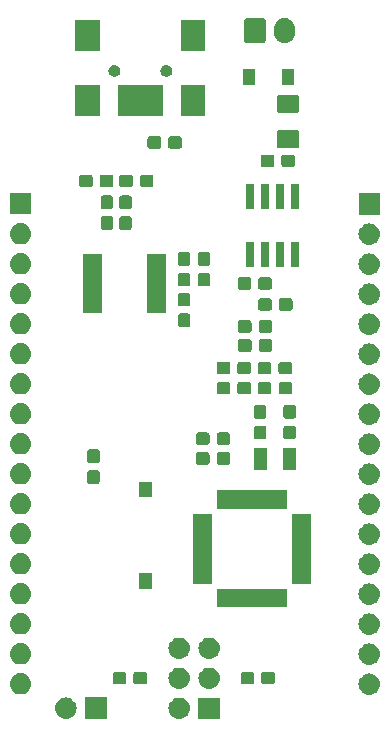
<source format=gbr>
G04 #@! TF.GenerationSoftware,KiCad,Pcbnew,(5.1.4)-1*
G04 #@! TF.CreationDate,2020-03-23T23:33:49-05:00*
G04 #@! TF.ProjectId,ExOneMicrorocessor,45784f6e-654d-4696-9372-6f726f636573,rev?*
G04 #@! TF.SameCoordinates,Original*
G04 #@! TF.FileFunction,Soldermask,Top*
G04 #@! TF.FilePolarity,Negative*
%FSLAX46Y46*%
G04 Gerber Fmt 4.6, Leading zero omitted, Abs format (unit mm)*
G04 Created by KiCad (PCBNEW (5.1.4)-1) date 2020-03-23 23:33:49*
%MOMM*%
%LPD*%
G04 APERTURE LIST*
%ADD10C,0.100000*%
G04 APERTURE END LIST*
D10*
G36*
X157225300Y-125856300D02*
G01*
X155423300Y-125856300D01*
X155423300Y-124054300D01*
X157225300Y-124054300D01*
X157225300Y-125856300D01*
X157225300Y-125856300D01*
G37*
G36*
X153894743Y-124060819D02*
G01*
X153960927Y-124067337D01*
X154130766Y-124118857D01*
X154287291Y-124202522D01*
X154323029Y-124231852D01*
X154424486Y-124315114D01*
X154507748Y-124416571D01*
X154537078Y-124452309D01*
X154620743Y-124608834D01*
X154672263Y-124778673D01*
X154689659Y-124955300D01*
X154672263Y-125131927D01*
X154620743Y-125301766D01*
X154537078Y-125458291D01*
X154507748Y-125494029D01*
X154424486Y-125595486D01*
X154323029Y-125678748D01*
X154287291Y-125708078D01*
X154130766Y-125791743D01*
X153960927Y-125843263D01*
X153894743Y-125849781D01*
X153828560Y-125856300D01*
X153740040Y-125856300D01*
X153673857Y-125849781D01*
X153607673Y-125843263D01*
X153437834Y-125791743D01*
X153281309Y-125708078D01*
X153245571Y-125678748D01*
X153144114Y-125595486D01*
X153060852Y-125494029D01*
X153031522Y-125458291D01*
X152947857Y-125301766D01*
X152896337Y-125131927D01*
X152878941Y-124955300D01*
X152896337Y-124778673D01*
X152947857Y-124608834D01*
X153031522Y-124452309D01*
X153060852Y-124416571D01*
X153144114Y-124315114D01*
X153245571Y-124231852D01*
X153281309Y-124202522D01*
X153437834Y-124118857D01*
X153607673Y-124067337D01*
X153673857Y-124060819D01*
X153740040Y-124054300D01*
X153828560Y-124054300D01*
X153894743Y-124060819D01*
X153894743Y-124060819D01*
G37*
G36*
X144306242Y-124048118D02*
G01*
X144372427Y-124054637D01*
X144542266Y-124106157D01*
X144698791Y-124189822D01*
X144734529Y-124219152D01*
X144835986Y-124302414D01*
X144919248Y-124403871D01*
X144948578Y-124439609D01*
X145032243Y-124596134D01*
X145083763Y-124765973D01*
X145101159Y-124942600D01*
X145083763Y-125119227D01*
X145032243Y-125289066D01*
X144948578Y-125445591D01*
X144938157Y-125458289D01*
X144835986Y-125582786D01*
X144734529Y-125666048D01*
X144698791Y-125695378D01*
X144542266Y-125779043D01*
X144372427Y-125830563D01*
X144306242Y-125837082D01*
X144240060Y-125843600D01*
X144151540Y-125843600D01*
X144085358Y-125837082D01*
X144019173Y-125830563D01*
X143849334Y-125779043D01*
X143692809Y-125695378D01*
X143657071Y-125666048D01*
X143555614Y-125582786D01*
X143453443Y-125458289D01*
X143443022Y-125445591D01*
X143359357Y-125289066D01*
X143307837Y-125119227D01*
X143290441Y-124942600D01*
X143307837Y-124765973D01*
X143359357Y-124596134D01*
X143443022Y-124439609D01*
X143472352Y-124403871D01*
X143555614Y-124302414D01*
X143657071Y-124219152D01*
X143692809Y-124189822D01*
X143849334Y-124106157D01*
X144019173Y-124054637D01*
X144085358Y-124048118D01*
X144151540Y-124041600D01*
X144240060Y-124041600D01*
X144306242Y-124048118D01*
X144306242Y-124048118D01*
G37*
G36*
X147636800Y-125843600D02*
G01*
X145834800Y-125843600D01*
X145834800Y-124041600D01*
X147636800Y-124041600D01*
X147636800Y-125843600D01*
X147636800Y-125843600D01*
G37*
G36*
X169982866Y-122015845D02*
G01*
X170051827Y-122022637D01*
X170221666Y-122074157D01*
X170221668Y-122074158D01*
X170299928Y-122115989D01*
X170378191Y-122157822D01*
X170413929Y-122187152D01*
X170515386Y-122270414D01*
X170598648Y-122371871D01*
X170627978Y-122407609D01*
X170711643Y-122564134D01*
X170763163Y-122733973D01*
X170780559Y-122910600D01*
X170763163Y-123087227D01*
X170711643Y-123257066D01*
X170627978Y-123413591D01*
X170598648Y-123449329D01*
X170515386Y-123550786D01*
X170413929Y-123634048D01*
X170378191Y-123663378D01*
X170221666Y-123747043D01*
X170051827Y-123798563D01*
X169985643Y-123805081D01*
X169919460Y-123811600D01*
X169830940Y-123811600D01*
X169764757Y-123805081D01*
X169698573Y-123798563D01*
X169528734Y-123747043D01*
X169372209Y-123663378D01*
X169336471Y-123634048D01*
X169235014Y-123550786D01*
X169151752Y-123449329D01*
X169122422Y-123413591D01*
X169038757Y-123257066D01*
X168987237Y-123087227D01*
X168969841Y-122910600D01*
X168987237Y-122733973D01*
X169038757Y-122564134D01*
X169122422Y-122407609D01*
X169151752Y-122371871D01*
X169235014Y-122270414D01*
X169336471Y-122187152D01*
X169372209Y-122157822D01*
X169450472Y-122115989D01*
X169528732Y-122074158D01*
X169528734Y-122074157D01*
X169698573Y-122022637D01*
X169767534Y-122015845D01*
X169830940Y-122009600D01*
X169919460Y-122009600D01*
X169982866Y-122015845D01*
X169982866Y-122015845D01*
G37*
G36*
X140470842Y-121990718D02*
G01*
X140537027Y-121997237D01*
X140706866Y-122048757D01*
X140863391Y-122132422D01*
X140894341Y-122157822D01*
X141000586Y-122245014D01*
X141083848Y-122346471D01*
X141113178Y-122382209D01*
X141196843Y-122538734D01*
X141248363Y-122708573D01*
X141265759Y-122885200D01*
X141248363Y-123061827D01*
X141196843Y-123231666D01*
X141113178Y-123388191D01*
X141083848Y-123423929D01*
X141000586Y-123525386D01*
X140899129Y-123608648D01*
X140863391Y-123637978D01*
X140706866Y-123721643D01*
X140537027Y-123773163D01*
X140470842Y-123779682D01*
X140404660Y-123786200D01*
X140316140Y-123786200D01*
X140249958Y-123779682D01*
X140183773Y-123773163D01*
X140013934Y-123721643D01*
X139857409Y-123637978D01*
X139821671Y-123608648D01*
X139720214Y-123525386D01*
X139636952Y-123423929D01*
X139607622Y-123388191D01*
X139523957Y-123231666D01*
X139472437Y-123061827D01*
X139455041Y-122885200D01*
X139472437Y-122708573D01*
X139523957Y-122538734D01*
X139607622Y-122382209D01*
X139636952Y-122346471D01*
X139720214Y-122245014D01*
X139826459Y-122157822D01*
X139857409Y-122132422D01*
X140013934Y-122048757D01*
X140183773Y-121997237D01*
X140249958Y-121990718D01*
X140316140Y-121984200D01*
X140404660Y-121984200D01*
X140470842Y-121990718D01*
X140470842Y-121990718D01*
G37*
G36*
X153894742Y-121520818D02*
G01*
X153960927Y-121527337D01*
X154130766Y-121578857D01*
X154287291Y-121662522D01*
X154323029Y-121691852D01*
X154424486Y-121775114D01*
X154507748Y-121876571D01*
X154537078Y-121912309D01*
X154620743Y-122068834D01*
X154672263Y-122238673D01*
X154689659Y-122415300D01*
X154672263Y-122591927D01*
X154620743Y-122761766D01*
X154537078Y-122918291D01*
X154524426Y-122933707D01*
X154424486Y-123055486D01*
X154323029Y-123138748D01*
X154287291Y-123168078D01*
X154130766Y-123251743D01*
X153960927Y-123303263D01*
X153894742Y-123309782D01*
X153828560Y-123316300D01*
X153740040Y-123316300D01*
X153673858Y-123309782D01*
X153607673Y-123303263D01*
X153437834Y-123251743D01*
X153281309Y-123168078D01*
X153245571Y-123138748D01*
X153144114Y-123055486D01*
X153044174Y-122933707D01*
X153031522Y-122918291D01*
X152947857Y-122761766D01*
X152896337Y-122591927D01*
X152878941Y-122415300D01*
X152896337Y-122238673D01*
X152947857Y-122068834D01*
X153031522Y-121912309D01*
X153060852Y-121876571D01*
X153144114Y-121775114D01*
X153245571Y-121691852D01*
X153281309Y-121662522D01*
X153437834Y-121578857D01*
X153607673Y-121527337D01*
X153673858Y-121520818D01*
X153740040Y-121514300D01*
X153828560Y-121514300D01*
X153894742Y-121520818D01*
X153894742Y-121520818D01*
G37*
G36*
X156434742Y-121520818D02*
G01*
X156500927Y-121527337D01*
X156670766Y-121578857D01*
X156827291Y-121662522D01*
X156863029Y-121691852D01*
X156964486Y-121775114D01*
X157047748Y-121876571D01*
X157077078Y-121912309D01*
X157160743Y-122068834D01*
X157212263Y-122238673D01*
X157229659Y-122415300D01*
X157212263Y-122591927D01*
X157160743Y-122761766D01*
X157077078Y-122918291D01*
X157064426Y-122933707D01*
X156964486Y-123055486D01*
X156863029Y-123138748D01*
X156827291Y-123168078D01*
X156670766Y-123251743D01*
X156500927Y-123303263D01*
X156434742Y-123309782D01*
X156368560Y-123316300D01*
X156280040Y-123316300D01*
X156213858Y-123309782D01*
X156147673Y-123303263D01*
X155977834Y-123251743D01*
X155821309Y-123168078D01*
X155785571Y-123138748D01*
X155684114Y-123055486D01*
X155584174Y-122933707D01*
X155571522Y-122918291D01*
X155487857Y-122761766D01*
X155436337Y-122591927D01*
X155418941Y-122415300D01*
X155436337Y-122238673D01*
X155487857Y-122068834D01*
X155571522Y-121912309D01*
X155600852Y-121876571D01*
X155684114Y-121775114D01*
X155785571Y-121691852D01*
X155821309Y-121662522D01*
X155977834Y-121578857D01*
X156147673Y-121527337D01*
X156213858Y-121520818D01*
X156280040Y-121514300D01*
X156368560Y-121514300D01*
X156434742Y-121520818D01*
X156434742Y-121520818D01*
G37*
G36*
X149154419Y-121896285D02*
G01*
X149191915Y-121907660D01*
X149226474Y-121926132D01*
X149256767Y-121950993D01*
X149281628Y-121981286D01*
X149300100Y-122015845D01*
X149311475Y-122053341D01*
X149315920Y-122098478D01*
X149315920Y-122737202D01*
X149311475Y-122782339D01*
X149300100Y-122819835D01*
X149281628Y-122854394D01*
X149256767Y-122884687D01*
X149226474Y-122909548D01*
X149191915Y-122928020D01*
X149154419Y-122939395D01*
X149109282Y-122943840D01*
X148370558Y-122943840D01*
X148325421Y-122939395D01*
X148287925Y-122928020D01*
X148253366Y-122909548D01*
X148223073Y-122884687D01*
X148198212Y-122854394D01*
X148179740Y-122819835D01*
X148168365Y-122782339D01*
X148163920Y-122737202D01*
X148163920Y-122098478D01*
X148168365Y-122053341D01*
X148179740Y-122015845D01*
X148198212Y-121981286D01*
X148223073Y-121950993D01*
X148253366Y-121926132D01*
X148287925Y-121907660D01*
X148325421Y-121896285D01*
X148370558Y-121891840D01*
X149109282Y-121891840D01*
X149154419Y-121896285D01*
X149154419Y-121896285D01*
G37*
G36*
X150904419Y-121896285D02*
G01*
X150941915Y-121907660D01*
X150976474Y-121926132D01*
X151006767Y-121950993D01*
X151031628Y-121981286D01*
X151050100Y-122015845D01*
X151061475Y-122053341D01*
X151065920Y-122098478D01*
X151065920Y-122737202D01*
X151061475Y-122782339D01*
X151050100Y-122819835D01*
X151031628Y-122854394D01*
X151006767Y-122884687D01*
X150976474Y-122909548D01*
X150941915Y-122928020D01*
X150904419Y-122939395D01*
X150859282Y-122943840D01*
X150120558Y-122943840D01*
X150075421Y-122939395D01*
X150037925Y-122928020D01*
X150003366Y-122909548D01*
X149973073Y-122884687D01*
X149948212Y-122854394D01*
X149929740Y-122819835D01*
X149918365Y-122782339D01*
X149913920Y-122737202D01*
X149913920Y-122098478D01*
X149918365Y-122053341D01*
X149929740Y-122015845D01*
X149948212Y-121981286D01*
X149973073Y-121950993D01*
X150003366Y-121926132D01*
X150037925Y-121907660D01*
X150075421Y-121896285D01*
X150120558Y-121891840D01*
X150859282Y-121891840D01*
X150904419Y-121896285D01*
X150904419Y-121896285D01*
G37*
G36*
X161727299Y-121891205D02*
G01*
X161764795Y-121902580D01*
X161799354Y-121921052D01*
X161829647Y-121945913D01*
X161854508Y-121976206D01*
X161872980Y-122010765D01*
X161884355Y-122048261D01*
X161888800Y-122093398D01*
X161888800Y-122732122D01*
X161884355Y-122777259D01*
X161872980Y-122814755D01*
X161854508Y-122849314D01*
X161829647Y-122879607D01*
X161799354Y-122904468D01*
X161764795Y-122922940D01*
X161727299Y-122934315D01*
X161682162Y-122938760D01*
X160943438Y-122938760D01*
X160898301Y-122934315D01*
X160860805Y-122922940D01*
X160826246Y-122904468D01*
X160795953Y-122879607D01*
X160771092Y-122849314D01*
X160752620Y-122814755D01*
X160741245Y-122777259D01*
X160736800Y-122732122D01*
X160736800Y-122093398D01*
X160741245Y-122048261D01*
X160752620Y-122010765D01*
X160771092Y-121976206D01*
X160795953Y-121945913D01*
X160826246Y-121921052D01*
X160860805Y-121902580D01*
X160898301Y-121891205D01*
X160943438Y-121886760D01*
X161682162Y-121886760D01*
X161727299Y-121891205D01*
X161727299Y-121891205D01*
G37*
G36*
X159977299Y-121891205D02*
G01*
X160014795Y-121902580D01*
X160049354Y-121921052D01*
X160079647Y-121945913D01*
X160104508Y-121976206D01*
X160122980Y-122010765D01*
X160134355Y-122048261D01*
X160138800Y-122093398D01*
X160138800Y-122732122D01*
X160134355Y-122777259D01*
X160122980Y-122814755D01*
X160104508Y-122849314D01*
X160079647Y-122879607D01*
X160049354Y-122904468D01*
X160014795Y-122922940D01*
X159977299Y-122934315D01*
X159932162Y-122938760D01*
X159193438Y-122938760D01*
X159148301Y-122934315D01*
X159110805Y-122922940D01*
X159076246Y-122904468D01*
X159045953Y-122879607D01*
X159021092Y-122849314D01*
X159002620Y-122814755D01*
X158991245Y-122777259D01*
X158986800Y-122732122D01*
X158986800Y-122093398D01*
X158991245Y-122048261D01*
X159002620Y-122010765D01*
X159021092Y-121976206D01*
X159045953Y-121945913D01*
X159076246Y-121921052D01*
X159110805Y-121902580D01*
X159148301Y-121891205D01*
X159193438Y-121886760D01*
X159932162Y-121886760D01*
X159977299Y-121891205D01*
X159977299Y-121891205D01*
G37*
G36*
X169985642Y-119476118D02*
G01*
X170051827Y-119482637D01*
X170221666Y-119534157D01*
X170378191Y-119617822D01*
X170413929Y-119647152D01*
X170515386Y-119730414D01*
X170598648Y-119831871D01*
X170627978Y-119867609D01*
X170711643Y-120024134D01*
X170763163Y-120193973D01*
X170780559Y-120370600D01*
X170763163Y-120547227D01*
X170711643Y-120717066D01*
X170627978Y-120873591D01*
X170598648Y-120909329D01*
X170515386Y-121010786D01*
X170413929Y-121094048D01*
X170378191Y-121123378D01*
X170221666Y-121207043D01*
X170051827Y-121258563D01*
X169985642Y-121265082D01*
X169919460Y-121271600D01*
X169830940Y-121271600D01*
X169764758Y-121265082D01*
X169698573Y-121258563D01*
X169528734Y-121207043D01*
X169372209Y-121123378D01*
X169336471Y-121094048D01*
X169235014Y-121010786D01*
X169151752Y-120909329D01*
X169122422Y-120873591D01*
X169038757Y-120717066D01*
X168987237Y-120547227D01*
X168969841Y-120370600D01*
X168987237Y-120193973D01*
X169038757Y-120024134D01*
X169122422Y-119867609D01*
X169151752Y-119831871D01*
X169235014Y-119730414D01*
X169336471Y-119647152D01*
X169372209Y-119617822D01*
X169528734Y-119534157D01*
X169698573Y-119482637D01*
X169764758Y-119476118D01*
X169830940Y-119469600D01*
X169919460Y-119469600D01*
X169985642Y-119476118D01*
X169985642Y-119476118D01*
G37*
G36*
X140470843Y-119450719D02*
G01*
X140537027Y-119457237D01*
X140706866Y-119508757D01*
X140863391Y-119592422D01*
X140894341Y-119617822D01*
X141000586Y-119705014D01*
X141083848Y-119806471D01*
X141113178Y-119842209D01*
X141196843Y-119998734D01*
X141248363Y-120168573D01*
X141265759Y-120345200D01*
X141248363Y-120521827D01*
X141196843Y-120691666D01*
X141113178Y-120848191D01*
X141083848Y-120883929D01*
X141000586Y-120985386D01*
X140899129Y-121068648D01*
X140863391Y-121097978D01*
X140706866Y-121181643D01*
X140537027Y-121233163D01*
X140470842Y-121239682D01*
X140404660Y-121246200D01*
X140316140Y-121246200D01*
X140249958Y-121239682D01*
X140183773Y-121233163D01*
X140013934Y-121181643D01*
X139857409Y-121097978D01*
X139821671Y-121068648D01*
X139720214Y-120985386D01*
X139636952Y-120883929D01*
X139607622Y-120848191D01*
X139523957Y-120691666D01*
X139472437Y-120521827D01*
X139455041Y-120345200D01*
X139472437Y-120168573D01*
X139523957Y-119998734D01*
X139607622Y-119842209D01*
X139636952Y-119806471D01*
X139720214Y-119705014D01*
X139826459Y-119617822D01*
X139857409Y-119592422D01*
X140013934Y-119508757D01*
X140183773Y-119457237D01*
X140249957Y-119450719D01*
X140316140Y-119444200D01*
X140404660Y-119444200D01*
X140470843Y-119450719D01*
X140470843Y-119450719D01*
G37*
G36*
X156434743Y-118980819D02*
G01*
X156500927Y-118987337D01*
X156670766Y-119038857D01*
X156827291Y-119122522D01*
X156863029Y-119151852D01*
X156964486Y-119235114D01*
X157047748Y-119336571D01*
X157077078Y-119372309D01*
X157160743Y-119528834D01*
X157212263Y-119698673D01*
X157229659Y-119875300D01*
X157212263Y-120051927D01*
X157160743Y-120221766D01*
X157077078Y-120378291D01*
X157047748Y-120414029D01*
X156964486Y-120515486D01*
X156863029Y-120598748D01*
X156827291Y-120628078D01*
X156670766Y-120711743D01*
X156500927Y-120763263D01*
X156434743Y-120769781D01*
X156368560Y-120776300D01*
X156280040Y-120776300D01*
X156213857Y-120769781D01*
X156147673Y-120763263D01*
X155977834Y-120711743D01*
X155821309Y-120628078D01*
X155785571Y-120598748D01*
X155684114Y-120515486D01*
X155600852Y-120414029D01*
X155571522Y-120378291D01*
X155487857Y-120221766D01*
X155436337Y-120051927D01*
X155418941Y-119875300D01*
X155436337Y-119698673D01*
X155487857Y-119528834D01*
X155571522Y-119372309D01*
X155600852Y-119336571D01*
X155684114Y-119235114D01*
X155785571Y-119151852D01*
X155821309Y-119122522D01*
X155977834Y-119038857D01*
X156147673Y-118987337D01*
X156213857Y-118980819D01*
X156280040Y-118974300D01*
X156368560Y-118974300D01*
X156434743Y-118980819D01*
X156434743Y-118980819D01*
G37*
G36*
X153894743Y-118980819D02*
G01*
X153960927Y-118987337D01*
X154130766Y-119038857D01*
X154287291Y-119122522D01*
X154323029Y-119151852D01*
X154424486Y-119235114D01*
X154507748Y-119336571D01*
X154537078Y-119372309D01*
X154620743Y-119528834D01*
X154672263Y-119698673D01*
X154689659Y-119875300D01*
X154672263Y-120051927D01*
X154620743Y-120221766D01*
X154537078Y-120378291D01*
X154507748Y-120414029D01*
X154424486Y-120515486D01*
X154323029Y-120598748D01*
X154287291Y-120628078D01*
X154130766Y-120711743D01*
X153960927Y-120763263D01*
X153894743Y-120769781D01*
X153828560Y-120776300D01*
X153740040Y-120776300D01*
X153673857Y-120769781D01*
X153607673Y-120763263D01*
X153437834Y-120711743D01*
X153281309Y-120628078D01*
X153245571Y-120598748D01*
X153144114Y-120515486D01*
X153060852Y-120414029D01*
X153031522Y-120378291D01*
X152947857Y-120221766D01*
X152896337Y-120051927D01*
X152878941Y-119875300D01*
X152896337Y-119698673D01*
X152947857Y-119528834D01*
X153031522Y-119372309D01*
X153060852Y-119336571D01*
X153144114Y-119235114D01*
X153245571Y-119151852D01*
X153281309Y-119122522D01*
X153437834Y-119038857D01*
X153607673Y-118987337D01*
X153673857Y-118980819D01*
X153740040Y-118974300D01*
X153828560Y-118974300D01*
X153894743Y-118980819D01*
X153894743Y-118980819D01*
G37*
G36*
X169985643Y-116936119D02*
G01*
X170051827Y-116942637D01*
X170221666Y-116994157D01*
X170378191Y-117077822D01*
X170413929Y-117107152D01*
X170515386Y-117190414D01*
X170598648Y-117291871D01*
X170627978Y-117327609D01*
X170711643Y-117484134D01*
X170763163Y-117653973D01*
X170780559Y-117830600D01*
X170763163Y-118007227D01*
X170711643Y-118177066D01*
X170627978Y-118333591D01*
X170598648Y-118369329D01*
X170515386Y-118470786D01*
X170413929Y-118554048D01*
X170378191Y-118583378D01*
X170221666Y-118667043D01*
X170051827Y-118718563D01*
X169985643Y-118725081D01*
X169919460Y-118731600D01*
X169830940Y-118731600D01*
X169764757Y-118725081D01*
X169698573Y-118718563D01*
X169528734Y-118667043D01*
X169372209Y-118583378D01*
X169336471Y-118554048D01*
X169235014Y-118470786D01*
X169151752Y-118369329D01*
X169122422Y-118333591D01*
X169038757Y-118177066D01*
X168987237Y-118007227D01*
X168969841Y-117830600D01*
X168987237Y-117653973D01*
X169038757Y-117484134D01*
X169122422Y-117327609D01*
X169151752Y-117291871D01*
X169235014Y-117190414D01*
X169336471Y-117107152D01*
X169372209Y-117077822D01*
X169528734Y-116994157D01*
X169698573Y-116942637D01*
X169764757Y-116936119D01*
X169830940Y-116929600D01*
X169919460Y-116929600D01*
X169985643Y-116936119D01*
X169985643Y-116936119D01*
G37*
G36*
X140470842Y-116910718D02*
G01*
X140537027Y-116917237D01*
X140706866Y-116968757D01*
X140863391Y-117052422D01*
X140894341Y-117077822D01*
X141000586Y-117165014D01*
X141083848Y-117266471D01*
X141113178Y-117302209D01*
X141196843Y-117458734D01*
X141248363Y-117628573D01*
X141265759Y-117805200D01*
X141248363Y-117981827D01*
X141196843Y-118151666D01*
X141113178Y-118308191D01*
X141083848Y-118343929D01*
X141000586Y-118445386D01*
X140899129Y-118528648D01*
X140863391Y-118557978D01*
X140706866Y-118641643D01*
X140537027Y-118693163D01*
X140470842Y-118699682D01*
X140404660Y-118706200D01*
X140316140Y-118706200D01*
X140249958Y-118699682D01*
X140183773Y-118693163D01*
X140013934Y-118641643D01*
X139857409Y-118557978D01*
X139821671Y-118528648D01*
X139720214Y-118445386D01*
X139636952Y-118343929D01*
X139607622Y-118308191D01*
X139523957Y-118151666D01*
X139472437Y-117981827D01*
X139455041Y-117805200D01*
X139472437Y-117628573D01*
X139523957Y-117458734D01*
X139607622Y-117302209D01*
X139636952Y-117266471D01*
X139720214Y-117165014D01*
X139826459Y-117077822D01*
X139857409Y-117052422D01*
X140013934Y-116968757D01*
X140183773Y-116917237D01*
X140249958Y-116910718D01*
X140316140Y-116904200D01*
X140404660Y-116904200D01*
X140470842Y-116910718D01*
X140470842Y-116910718D01*
G37*
G36*
X162894960Y-116421200D02*
G01*
X157012960Y-116421200D01*
X157012960Y-114829200D01*
X162894960Y-114829200D01*
X162894960Y-116421200D01*
X162894960Y-116421200D01*
G37*
G36*
X169985642Y-114396118D02*
G01*
X170051827Y-114402637D01*
X170221666Y-114454157D01*
X170378191Y-114537822D01*
X170413929Y-114567152D01*
X170515386Y-114650414D01*
X170598648Y-114751871D01*
X170627978Y-114787609D01*
X170711643Y-114944134D01*
X170763163Y-115113973D01*
X170780559Y-115290600D01*
X170763163Y-115467227D01*
X170711643Y-115637066D01*
X170627978Y-115793591D01*
X170598648Y-115829329D01*
X170515386Y-115930786D01*
X170413929Y-116014048D01*
X170378191Y-116043378D01*
X170221666Y-116127043D01*
X170051827Y-116178563D01*
X169985643Y-116185081D01*
X169919460Y-116191600D01*
X169830940Y-116191600D01*
X169764757Y-116185081D01*
X169698573Y-116178563D01*
X169528734Y-116127043D01*
X169372209Y-116043378D01*
X169336471Y-116014048D01*
X169235014Y-115930786D01*
X169151752Y-115829329D01*
X169122422Y-115793591D01*
X169038757Y-115637066D01*
X168987237Y-115467227D01*
X168969841Y-115290600D01*
X168987237Y-115113973D01*
X169038757Y-114944134D01*
X169122422Y-114787609D01*
X169151752Y-114751871D01*
X169235014Y-114650414D01*
X169336471Y-114567152D01*
X169372209Y-114537822D01*
X169528734Y-114454157D01*
X169698573Y-114402637D01*
X169764758Y-114396118D01*
X169830940Y-114389600D01*
X169919460Y-114389600D01*
X169985642Y-114396118D01*
X169985642Y-114396118D01*
G37*
G36*
X140470843Y-114370719D02*
G01*
X140537027Y-114377237D01*
X140706866Y-114428757D01*
X140863391Y-114512422D01*
X140894341Y-114537822D01*
X141000586Y-114625014D01*
X141083848Y-114726471D01*
X141113178Y-114762209D01*
X141196843Y-114918734D01*
X141248363Y-115088573D01*
X141265759Y-115265200D01*
X141248363Y-115441827D01*
X141196843Y-115611666D01*
X141113178Y-115768191D01*
X141083848Y-115803929D01*
X141000586Y-115905386D01*
X140899129Y-115988648D01*
X140863391Y-116017978D01*
X140706866Y-116101643D01*
X140537027Y-116153163D01*
X140470843Y-116159681D01*
X140404660Y-116166200D01*
X140316140Y-116166200D01*
X140249957Y-116159681D01*
X140183773Y-116153163D01*
X140013934Y-116101643D01*
X139857409Y-116017978D01*
X139821671Y-115988648D01*
X139720214Y-115905386D01*
X139636952Y-115803929D01*
X139607622Y-115768191D01*
X139523957Y-115611666D01*
X139472437Y-115441827D01*
X139455041Y-115265200D01*
X139472437Y-115088573D01*
X139523957Y-114918734D01*
X139607622Y-114762209D01*
X139636952Y-114726471D01*
X139720214Y-114625014D01*
X139826459Y-114537822D01*
X139857409Y-114512422D01*
X140013934Y-114428757D01*
X140183773Y-114377237D01*
X140249957Y-114370719D01*
X140316140Y-114364200D01*
X140404660Y-114364200D01*
X140470843Y-114370719D01*
X140470843Y-114370719D01*
G37*
G36*
X151477800Y-114863200D02*
G01*
X150375800Y-114863200D01*
X150375800Y-113511200D01*
X151477800Y-113511200D01*
X151477800Y-114863200D01*
X151477800Y-114863200D01*
G37*
G36*
X156579960Y-114396200D02*
G01*
X154987960Y-114396200D01*
X154987960Y-108514200D01*
X156579960Y-108514200D01*
X156579960Y-114396200D01*
X156579960Y-114396200D01*
G37*
G36*
X164919960Y-114396200D02*
G01*
X163327960Y-114396200D01*
X163327960Y-108514200D01*
X164919960Y-108514200D01*
X164919960Y-114396200D01*
X164919960Y-114396200D01*
G37*
G36*
X169985642Y-111856118D02*
G01*
X170051827Y-111862637D01*
X170221666Y-111914157D01*
X170378191Y-111997822D01*
X170413929Y-112027152D01*
X170515386Y-112110414D01*
X170598648Y-112211871D01*
X170627978Y-112247609D01*
X170711643Y-112404134D01*
X170763163Y-112573973D01*
X170780559Y-112750600D01*
X170763163Y-112927227D01*
X170711643Y-113097066D01*
X170627978Y-113253591D01*
X170598648Y-113289329D01*
X170515386Y-113390786D01*
X170413929Y-113474048D01*
X170378191Y-113503378D01*
X170221666Y-113587043D01*
X170051827Y-113638563D01*
X169985642Y-113645082D01*
X169919460Y-113651600D01*
X169830940Y-113651600D01*
X169764758Y-113645082D01*
X169698573Y-113638563D01*
X169528734Y-113587043D01*
X169372209Y-113503378D01*
X169336471Y-113474048D01*
X169235014Y-113390786D01*
X169151752Y-113289329D01*
X169122422Y-113253591D01*
X169038757Y-113097066D01*
X168987237Y-112927227D01*
X168969841Y-112750600D01*
X168987237Y-112573973D01*
X169038757Y-112404134D01*
X169122422Y-112247609D01*
X169151752Y-112211871D01*
X169235014Y-112110414D01*
X169336471Y-112027152D01*
X169372209Y-111997822D01*
X169528734Y-111914157D01*
X169698573Y-111862637D01*
X169764758Y-111856118D01*
X169830940Y-111849600D01*
X169919460Y-111849600D01*
X169985642Y-111856118D01*
X169985642Y-111856118D01*
G37*
G36*
X140470843Y-111830719D02*
G01*
X140537027Y-111837237D01*
X140706866Y-111888757D01*
X140863391Y-111972422D01*
X140894341Y-111997822D01*
X141000586Y-112085014D01*
X141083848Y-112186471D01*
X141113178Y-112222209D01*
X141196843Y-112378734D01*
X141248363Y-112548573D01*
X141265759Y-112725200D01*
X141248363Y-112901827D01*
X141196843Y-113071666D01*
X141113178Y-113228191D01*
X141083848Y-113263929D01*
X141000586Y-113365386D01*
X140899129Y-113448648D01*
X140863391Y-113477978D01*
X140706866Y-113561643D01*
X140537027Y-113613163D01*
X140470843Y-113619681D01*
X140404660Y-113626200D01*
X140316140Y-113626200D01*
X140249957Y-113619681D01*
X140183773Y-113613163D01*
X140013934Y-113561643D01*
X139857409Y-113477978D01*
X139821671Y-113448648D01*
X139720214Y-113365386D01*
X139636952Y-113263929D01*
X139607622Y-113228191D01*
X139523957Y-113071666D01*
X139472437Y-112901827D01*
X139455041Y-112725200D01*
X139472437Y-112548573D01*
X139523957Y-112378734D01*
X139607622Y-112222209D01*
X139636952Y-112186471D01*
X139720214Y-112085014D01*
X139826459Y-111997822D01*
X139857409Y-111972422D01*
X140013934Y-111888757D01*
X140183773Y-111837237D01*
X140249957Y-111830719D01*
X140316140Y-111824200D01*
X140404660Y-111824200D01*
X140470843Y-111830719D01*
X140470843Y-111830719D01*
G37*
G36*
X169985643Y-109316119D02*
G01*
X170051827Y-109322637D01*
X170221666Y-109374157D01*
X170378191Y-109457822D01*
X170413929Y-109487152D01*
X170515386Y-109570414D01*
X170598648Y-109671871D01*
X170627978Y-109707609D01*
X170711643Y-109864134D01*
X170763163Y-110033973D01*
X170780559Y-110210600D01*
X170763163Y-110387227D01*
X170711643Y-110557066D01*
X170627978Y-110713591D01*
X170598648Y-110749329D01*
X170515386Y-110850786D01*
X170413929Y-110934048D01*
X170378191Y-110963378D01*
X170221666Y-111047043D01*
X170051827Y-111098563D01*
X169985642Y-111105082D01*
X169919460Y-111111600D01*
X169830940Y-111111600D01*
X169764758Y-111105082D01*
X169698573Y-111098563D01*
X169528734Y-111047043D01*
X169372209Y-110963378D01*
X169336471Y-110934048D01*
X169235014Y-110850786D01*
X169151752Y-110749329D01*
X169122422Y-110713591D01*
X169038757Y-110557066D01*
X168987237Y-110387227D01*
X168969841Y-110210600D01*
X168987237Y-110033973D01*
X169038757Y-109864134D01*
X169122422Y-109707609D01*
X169151752Y-109671871D01*
X169235014Y-109570414D01*
X169336471Y-109487152D01*
X169372209Y-109457822D01*
X169528734Y-109374157D01*
X169698573Y-109322637D01*
X169764757Y-109316119D01*
X169830940Y-109309600D01*
X169919460Y-109309600D01*
X169985643Y-109316119D01*
X169985643Y-109316119D01*
G37*
G36*
X140470843Y-109290719D02*
G01*
X140537027Y-109297237D01*
X140706866Y-109348757D01*
X140863391Y-109432422D01*
X140894341Y-109457822D01*
X141000586Y-109545014D01*
X141083848Y-109646471D01*
X141113178Y-109682209D01*
X141196843Y-109838734D01*
X141248363Y-110008573D01*
X141265759Y-110185200D01*
X141248363Y-110361827D01*
X141196843Y-110531666D01*
X141113178Y-110688191D01*
X141083848Y-110723929D01*
X141000586Y-110825386D01*
X140899129Y-110908648D01*
X140863391Y-110937978D01*
X140706866Y-111021643D01*
X140537027Y-111073163D01*
X140470842Y-111079682D01*
X140404660Y-111086200D01*
X140316140Y-111086200D01*
X140249958Y-111079682D01*
X140183773Y-111073163D01*
X140013934Y-111021643D01*
X139857409Y-110937978D01*
X139821671Y-110908648D01*
X139720214Y-110825386D01*
X139636952Y-110723929D01*
X139607622Y-110688191D01*
X139523957Y-110531666D01*
X139472437Y-110361827D01*
X139455041Y-110185200D01*
X139472437Y-110008573D01*
X139523957Y-109838734D01*
X139607622Y-109682209D01*
X139636952Y-109646471D01*
X139720214Y-109545014D01*
X139826459Y-109457822D01*
X139857409Y-109432422D01*
X140013934Y-109348757D01*
X140183773Y-109297237D01*
X140249957Y-109290719D01*
X140316140Y-109284200D01*
X140404660Y-109284200D01*
X140470843Y-109290719D01*
X140470843Y-109290719D01*
G37*
G36*
X169985643Y-106776119D02*
G01*
X170051827Y-106782637D01*
X170221666Y-106834157D01*
X170378191Y-106917822D01*
X170413929Y-106947152D01*
X170515386Y-107030414D01*
X170598648Y-107131871D01*
X170627978Y-107167609D01*
X170711643Y-107324134D01*
X170763163Y-107493973D01*
X170780559Y-107670600D01*
X170763163Y-107847227D01*
X170711643Y-108017066D01*
X170627978Y-108173591D01*
X170598648Y-108209329D01*
X170515386Y-108310786D01*
X170413929Y-108394048D01*
X170378191Y-108423378D01*
X170221666Y-108507043D01*
X170051827Y-108558563D01*
X169985642Y-108565082D01*
X169919460Y-108571600D01*
X169830940Y-108571600D01*
X169764758Y-108565082D01*
X169698573Y-108558563D01*
X169528734Y-108507043D01*
X169372209Y-108423378D01*
X169336471Y-108394048D01*
X169235014Y-108310786D01*
X169151752Y-108209329D01*
X169122422Y-108173591D01*
X169038757Y-108017066D01*
X168987237Y-107847227D01*
X168969841Y-107670600D01*
X168987237Y-107493973D01*
X169038757Y-107324134D01*
X169122422Y-107167609D01*
X169151752Y-107131871D01*
X169235014Y-107030414D01*
X169336471Y-106947152D01*
X169372209Y-106917822D01*
X169528734Y-106834157D01*
X169698573Y-106782637D01*
X169764757Y-106776119D01*
X169830940Y-106769600D01*
X169919460Y-106769600D01*
X169985643Y-106776119D01*
X169985643Y-106776119D01*
G37*
G36*
X140470842Y-106750718D02*
G01*
X140537027Y-106757237D01*
X140706866Y-106808757D01*
X140863391Y-106892422D01*
X140894341Y-106917822D01*
X141000586Y-107005014D01*
X141083848Y-107106471D01*
X141113178Y-107142209D01*
X141196843Y-107298734D01*
X141248363Y-107468573D01*
X141265759Y-107645200D01*
X141248363Y-107821827D01*
X141196843Y-107991666D01*
X141113178Y-108148191D01*
X141083848Y-108183929D01*
X141000586Y-108285386D01*
X140899129Y-108368648D01*
X140863391Y-108397978D01*
X140706866Y-108481643D01*
X140537027Y-108533163D01*
X140470843Y-108539681D01*
X140404660Y-108546200D01*
X140316140Y-108546200D01*
X140249957Y-108539681D01*
X140183773Y-108533163D01*
X140013934Y-108481643D01*
X139857409Y-108397978D01*
X139821671Y-108368648D01*
X139720214Y-108285386D01*
X139636952Y-108183929D01*
X139607622Y-108148191D01*
X139523957Y-107991666D01*
X139472437Y-107821827D01*
X139455041Y-107645200D01*
X139472437Y-107468573D01*
X139523957Y-107298734D01*
X139607622Y-107142209D01*
X139636952Y-107106471D01*
X139720214Y-107005014D01*
X139826459Y-106917822D01*
X139857409Y-106892422D01*
X140013934Y-106808757D01*
X140183773Y-106757237D01*
X140249958Y-106750718D01*
X140316140Y-106744200D01*
X140404660Y-106744200D01*
X140470842Y-106750718D01*
X140470842Y-106750718D01*
G37*
G36*
X162894960Y-108081200D02*
G01*
X157012960Y-108081200D01*
X157012960Y-106489200D01*
X162894960Y-106489200D01*
X162894960Y-108081200D01*
X162894960Y-108081200D01*
G37*
G36*
X151477800Y-107113200D02*
G01*
X150375800Y-107113200D01*
X150375800Y-105761200D01*
X151477800Y-105761200D01*
X151477800Y-107113200D01*
X151477800Y-107113200D01*
G37*
G36*
X169985642Y-104236118D02*
G01*
X170051827Y-104242637D01*
X170221666Y-104294157D01*
X170221668Y-104294158D01*
X170269977Y-104319980D01*
X170378191Y-104377822D01*
X170413929Y-104407152D01*
X170515386Y-104490414D01*
X170598648Y-104591871D01*
X170627978Y-104627609D01*
X170711643Y-104784134D01*
X170763163Y-104953973D01*
X170780559Y-105130600D01*
X170763163Y-105307227D01*
X170711643Y-105477066D01*
X170627978Y-105633591D01*
X170598648Y-105669329D01*
X170515386Y-105770786D01*
X170413929Y-105854048D01*
X170378191Y-105883378D01*
X170221666Y-105967043D01*
X170051827Y-106018563D01*
X169985643Y-106025081D01*
X169919460Y-106031600D01*
X169830940Y-106031600D01*
X169764757Y-106025081D01*
X169698573Y-106018563D01*
X169528734Y-105967043D01*
X169372209Y-105883378D01*
X169336471Y-105854048D01*
X169235014Y-105770786D01*
X169151752Y-105669329D01*
X169122422Y-105633591D01*
X169038757Y-105477066D01*
X168987237Y-105307227D01*
X168969841Y-105130600D01*
X168987237Y-104953973D01*
X169038757Y-104784134D01*
X169122422Y-104627609D01*
X169151752Y-104591871D01*
X169235014Y-104490414D01*
X169336471Y-104407152D01*
X169372209Y-104377822D01*
X169480423Y-104319980D01*
X169528732Y-104294158D01*
X169528734Y-104294157D01*
X169698573Y-104242637D01*
X169764758Y-104236118D01*
X169830940Y-104229600D01*
X169919460Y-104229600D01*
X169985642Y-104236118D01*
X169985642Y-104236118D01*
G37*
G36*
X140470842Y-104210718D02*
G01*
X140537027Y-104217237D01*
X140706866Y-104268757D01*
X140863391Y-104352422D01*
X140894341Y-104377822D01*
X141000586Y-104465014D01*
X141083848Y-104566471D01*
X141113178Y-104602209D01*
X141196843Y-104758734D01*
X141248363Y-104928573D01*
X141265759Y-105105200D01*
X141248363Y-105281827D01*
X141196843Y-105451666D01*
X141113178Y-105608191D01*
X141083848Y-105643929D01*
X141000586Y-105745386D01*
X140906505Y-105822595D01*
X140863391Y-105857978D01*
X140706866Y-105941643D01*
X140537027Y-105993163D01*
X140470843Y-105999681D01*
X140404660Y-106006200D01*
X140316140Y-106006200D01*
X140249957Y-105999681D01*
X140183773Y-105993163D01*
X140013934Y-105941643D01*
X139857409Y-105857978D01*
X139814295Y-105822595D01*
X139720214Y-105745386D01*
X139636952Y-105643929D01*
X139607622Y-105608191D01*
X139523957Y-105451666D01*
X139472437Y-105281827D01*
X139455041Y-105105200D01*
X139472437Y-104928573D01*
X139523957Y-104758734D01*
X139607622Y-104602209D01*
X139636952Y-104566471D01*
X139720214Y-104465014D01*
X139826459Y-104377822D01*
X139857409Y-104352422D01*
X140013934Y-104268757D01*
X140183773Y-104217237D01*
X140249958Y-104210718D01*
X140316140Y-104204200D01*
X140404660Y-104204200D01*
X140470842Y-104210718D01*
X140470842Y-104210718D01*
G37*
G36*
X146897099Y-104799045D02*
G01*
X146934595Y-104810420D01*
X146969154Y-104828892D01*
X146999447Y-104853753D01*
X147024308Y-104884046D01*
X147042780Y-104918605D01*
X147054155Y-104956101D01*
X147058600Y-105001238D01*
X147058600Y-105739962D01*
X147054155Y-105785099D01*
X147042780Y-105822595D01*
X147024308Y-105857154D01*
X146999447Y-105887447D01*
X146969154Y-105912308D01*
X146934595Y-105930780D01*
X146897099Y-105942155D01*
X146851962Y-105946600D01*
X146213238Y-105946600D01*
X146168101Y-105942155D01*
X146130605Y-105930780D01*
X146096046Y-105912308D01*
X146065753Y-105887447D01*
X146040892Y-105857154D01*
X146022420Y-105822595D01*
X146011045Y-105785099D01*
X146006600Y-105739962D01*
X146006600Y-105001238D01*
X146011045Y-104956101D01*
X146022420Y-104918605D01*
X146040892Y-104884046D01*
X146065753Y-104853753D01*
X146096046Y-104828892D01*
X146130605Y-104810420D01*
X146168101Y-104799045D01*
X146213238Y-104794600D01*
X146851962Y-104794600D01*
X146897099Y-104799045D01*
X146897099Y-104799045D01*
G37*
G36*
X163690440Y-104786200D02*
G01*
X162588440Y-104786200D01*
X162588440Y-102884200D01*
X163690440Y-102884200D01*
X163690440Y-104786200D01*
X163690440Y-104786200D01*
G37*
G36*
X161190440Y-104786200D02*
G01*
X160088440Y-104786200D01*
X160088440Y-102884200D01*
X161190440Y-102884200D01*
X161190440Y-104786200D01*
X161190440Y-104786200D01*
G37*
G36*
X157945299Y-103288245D02*
G01*
X157982795Y-103299620D01*
X158017354Y-103318092D01*
X158047647Y-103342953D01*
X158072508Y-103373246D01*
X158090980Y-103407805D01*
X158102355Y-103445301D01*
X158106800Y-103490438D01*
X158106800Y-104129162D01*
X158102355Y-104174299D01*
X158090980Y-104211795D01*
X158072508Y-104246354D01*
X158047647Y-104276647D01*
X158017354Y-104301508D01*
X157982795Y-104319980D01*
X157945299Y-104331355D01*
X157900162Y-104335800D01*
X157161438Y-104335800D01*
X157116301Y-104331355D01*
X157078805Y-104319980D01*
X157044246Y-104301508D01*
X157013953Y-104276647D01*
X156989092Y-104246354D01*
X156970620Y-104211795D01*
X156959245Y-104174299D01*
X156954800Y-104129162D01*
X156954800Y-103490438D01*
X156959245Y-103445301D01*
X156970620Y-103407805D01*
X156989092Y-103373246D01*
X157013953Y-103342953D01*
X157044246Y-103318092D01*
X157078805Y-103299620D01*
X157116301Y-103288245D01*
X157161438Y-103283800D01*
X157900162Y-103283800D01*
X157945299Y-103288245D01*
X157945299Y-103288245D01*
G37*
G36*
X156195299Y-103288245D02*
G01*
X156232795Y-103299620D01*
X156267354Y-103318092D01*
X156297647Y-103342953D01*
X156322508Y-103373246D01*
X156340980Y-103407805D01*
X156352355Y-103445301D01*
X156356800Y-103490438D01*
X156356800Y-104129162D01*
X156352355Y-104174299D01*
X156340980Y-104211795D01*
X156322508Y-104246354D01*
X156297647Y-104276647D01*
X156267354Y-104301508D01*
X156232795Y-104319980D01*
X156195299Y-104331355D01*
X156150162Y-104335800D01*
X155411438Y-104335800D01*
X155366301Y-104331355D01*
X155328805Y-104319980D01*
X155294246Y-104301508D01*
X155263953Y-104276647D01*
X155239092Y-104246354D01*
X155220620Y-104211795D01*
X155209245Y-104174299D01*
X155204800Y-104129162D01*
X155204800Y-103490438D01*
X155209245Y-103445301D01*
X155220620Y-103407805D01*
X155239092Y-103373246D01*
X155263953Y-103342953D01*
X155294246Y-103318092D01*
X155328805Y-103299620D01*
X155366301Y-103288245D01*
X155411438Y-103283800D01*
X156150162Y-103283800D01*
X156195299Y-103288245D01*
X156195299Y-103288245D01*
G37*
G36*
X146897099Y-103049045D02*
G01*
X146934595Y-103060420D01*
X146969154Y-103078892D01*
X146999447Y-103103753D01*
X147024308Y-103134046D01*
X147042780Y-103168605D01*
X147054155Y-103206101D01*
X147058600Y-103251238D01*
X147058600Y-103989962D01*
X147054155Y-104035099D01*
X147042780Y-104072595D01*
X147024308Y-104107154D01*
X146999447Y-104137447D01*
X146969154Y-104162308D01*
X146934595Y-104180780D01*
X146897099Y-104192155D01*
X146851962Y-104196600D01*
X146213238Y-104196600D01*
X146168101Y-104192155D01*
X146130605Y-104180780D01*
X146096046Y-104162308D01*
X146065753Y-104137447D01*
X146040892Y-104107154D01*
X146022420Y-104072595D01*
X146011045Y-104035099D01*
X146006600Y-103989962D01*
X146006600Y-103251238D01*
X146011045Y-103206101D01*
X146022420Y-103168605D01*
X146040892Y-103134046D01*
X146065753Y-103103753D01*
X146096046Y-103078892D01*
X146130605Y-103060420D01*
X146168101Y-103049045D01*
X146213238Y-103044600D01*
X146851962Y-103044600D01*
X146897099Y-103049045D01*
X146897099Y-103049045D01*
G37*
G36*
X169985642Y-101696118D02*
G01*
X170051827Y-101702637D01*
X170221666Y-101754157D01*
X170378191Y-101837822D01*
X170413929Y-101867152D01*
X170515386Y-101950414D01*
X170571447Y-102018726D01*
X170627978Y-102087609D01*
X170711643Y-102244134D01*
X170763163Y-102413973D01*
X170780559Y-102590600D01*
X170763163Y-102767227D01*
X170711643Y-102937066D01*
X170627978Y-103093591D01*
X170619638Y-103103753D01*
X170515386Y-103230786D01*
X170431510Y-103299620D01*
X170378191Y-103343378D01*
X170378189Y-103343379D01*
X170257658Y-103407805D01*
X170221666Y-103427043D01*
X170051827Y-103478563D01*
X169985643Y-103485081D01*
X169919460Y-103491600D01*
X169830940Y-103491600D01*
X169764757Y-103485081D01*
X169698573Y-103478563D01*
X169528734Y-103427043D01*
X169492743Y-103407805D01*
X169372211Y-103343379D01*
X169372209Y-103343378D01*
X169318890Y-103299620D01*
X169235014Y-103230786D01*
X169130762Y-103103753D01*
X169122422Y-103093591D01*
X169038757Y-102937066D01*
X168987237Y-102767227D01*
X168969841Y-102590600D01*
X168987237Y-102413973D01*
X169038757Y-102244134D01*
X169122422Y-102087609D01*
X169178953Y-102018726D01*
X169235014Y-101950414D01*
X169336471Y-101867152D01*
X169372209Y-101837822D01*
X169528734Y-101754157D01*
X169698573Y-101702637D01*
X169764757Y-101696119D01*
X169830940Y-101689600D01*
X169919460Y-101689600D01*
X169985642Y-101696118D01*
X169985642Y-101696118D01*
G37*
G36*
X140470842Y-101670718D02*
G01*
X140537027Y-101677237D01*
X140706866Y-101728757D01*
X140863391Y-101812422D01*
X140894341Y-101837822D01*
X141000586Y-101925014D01*
X141077492Y-102018726D01*
X141113178Y-102062209D01*
X141196843Y-102218734D01*
X141248363Y-102388573D01*
X141265759Y-102565200D01*
X141248363Y-102741827D01*
X141196843Y-102911666D01*
X141113178Y-103068191D01*
X141083993Y-103103753D01*
X141000586Y-103205386D01*
X140905037Y-103283800D01*
X140863391Y-103317978D01*
X140706866Y-103401643D01*
X140537027Y-103453163D01*
X140470842Y-103459682D01*
X140404660Y-103466200D01*
X140316140Y-103466200D01*
X140249958Y-103459682D01*
X140183773Y-103453163D01*
X140013934Y-103401643D01*
X139857409Y-103317978D01*
X139815763Y-103283800D01*
X139720214Y-103205386D01*
X139636807Y-103103753D01*
X139607622Y-103068191D01*
X139523957Y-102911666D01*
X139472437Y-102741827D01*
X139455041Y-102565200D01*
X139472437Y-102388573D01*
X139523957Y-102218734D01*
X139607622Y-102062209D01*
X139643308Y-102018726D01*
X139720214Y-101925014D01*
X139826459Y-101837822D01*
X139857409Y-101812422D01*
X140013934Y-101728757D01*
X140183773Y-101677237D01*
X140249958Y-101670718D01*
X140316140Y-101664200D01*
X140404660Y-101664200D01*
X140470842Y-101670718D01*
X140470842Y-101670718D01*
G37*
G36*
X157945299Y-101611845D02*
G01*
X157982795Y-101623220D01*
X158017354Y-101641692D01*
X158047647Y-101666553D01*
X158072508Y-101696846D01*
X158090980Y-101731405D01*
X158102355Y-101768901D01*
X158106800Y-101814038D01*
X158106800Y-102452762D01*
X158102355Y-102497899D01*
X158090980Y-102535395D01*
X158072508Y-102569954D01*
X158047647Y-102600247D01*
X158017354Y-102625108D01*
X157982795Y-102643580D01*
X157945299Y-102654955D01*
X157900162Y-102659400D01*
X157161438Y-102659400D01*
X157116301Y-102654955D01*
X157078805Y-102643580D01*
X157044246Y-102625108D01*
X157013953Y-102600247D01*
X156989092Y-102569954D01*
X156970620Y-102535395D01*
X156959245Y-102497899D01*
X156954800Y-102452762D01*
X156954800Y-101814038D01*
X156959245Y-101768901D01*
X156970620Y-101731405D01*
X156989092Y-101696846D01*
X157013953Y-101666553D01*
X157044246Y-101641692D01*
X157078805Y-101623220D01*
X157116301Y-101611845D01*
X157161438Y-101607400D01*
X157900162Y-101607400D01*
X157945299Y-101611845D01*
X157945299Y-101611845D01*
G37*
G36*
X156195299Y-101611845D02*
G01*
X156232795Y-101623220D01*
X156267354Y-101641692D01*
X156297647Y-101666553D01*
X156322508Y-101696846D01*
X156340980Y-101731405D01*
X156352355Y-101768901D01*
X156356800Y-101814038D01*
X156356800Y-102452762D01*
X156352355Y-102497899D01*
X156340980Y-102535395D01*
X156322508Y-102569954D01*
X156297647Y-102600247D01*
X156267354Y-102625108D01*
X156232795Y-102643580D01*
X156195299Y-102654955D01*
X156150162Y-102659400D01*
X155411438Y-102659400D01*
X155366301Y-102654955D01*
X155328805Y-102643580D01*
X155294246Y-102625108D01*
X155263953Y-102600247D01*
X155239092Y-102569954D01*
X155220620Y-102535395D01*
X155209245Y-102497899D01*
X155204800Y-102452762D01*
X155204800Y-101814038D01*
X155209245Y-101768901D01*
X155220620Y-101731405D01*
X155239092Y-101696846D01*
X155263953Y-101666553D01*
X155294246Y-101641692D01*
X155328805Y-101623220D01*
X155366301Y-101611845D01*
X155411438Y-101607400D01*
X156150162Y-101607400D01*
X156195299Y-101611845D01*
X156195299Y-101611845D01*
G37*
G36*
X161004259Y-101038605D02*
G01*
X161041755Y-101049980D01*
X161076314Y-101068452D01*
X161106607Y-101093313D01*
X161131468Y-101123606D01*
X161149940Y-101158165D01*
X161161315Y-101195661D01*
X161165760Y-101240798D01*
X161165760Y-101979522D01*
X161161315Y-102024659D01*
X161149940Y-102062155D01*
X161131468Y-102096714D01*
X161106607Y-102127007D01*
X161076314Y-102151868D01*
X161041755Y-102170340D01*
X161004259Y-102181715D01*
X160959122Y-102186160D01*
X160320398Y-102186160D01*
X160275261Y-102181715D01*
X160237765Y-102170340D01*
X160203206Y-102151868D01*
X160172913Y-102127007D01*
X160148052Y-102096714D01*
X160129580Y-102062155D01*
X160118205Y-102024659D01*
X160113760Y-101979522D01*
X160113760Y-101240798D01*
X160118205Y-101195661D01*
X160129580Y-101158165D01*
X160148052Y-101123606D01*
X160172913Y-101093313D01*
X160203206Y-101068452D01*
X160237765Y-101049980D01*
X160275261Y-101038605D01*
X160320398Y-101034160D01*
X160959122Y-101034160D01*
X161004259Y-101038605D01*
X161004259Y-101038605D01*
G37*
G36*
X163503619Y-101033525D02*
G01*
X163541115Y-101044900D01*
X163575674Y-101063372D01*
X163605967Y-101088233D01*
X163630828Y-101118526D01*
X163649300Y-101153085D01*
X163660675Y-101190581D01*
X163665120Y-101235718D01*
X163665120Y-101974442D01*
X163660675Y-102019579D01*
X163649300Y-102057075D01*
X163630828Y-102091634D01*
X163605967Y-102121927D01*
X163575674Y-102146788D01*
X163541115Y-102165260D01*
X163503619Y-102176635D01*
X163458482Y-102181080D01*
X162819758Y-102181080D01*
X162774621Y-102176635D01*
X162737125Y-102165260D01*
X162702566Y-102146788D01*
X162672273Y-102121927D01*
X162647412Y-102091634D01*
X162628940Y-102057075D01*
X162617565Y-102019579D01*
X162613120Y-101974442D01*
X162613120Y-101235718D01*
X162617565Y-101190581D01*
X162628940Y-101153085D01*
X162647412Y-101118526D01*
X162672273Y-101088233D01*
X162702566Y-101063372D01*
X162737125Y-101044900D01*
X162774621Y-101033525D01*
X162819758Y-101029080D01*
X163458482Y-101029080D01*
X163503619Y-101033525D01*
X163503619Y-101033525D01*
G37*
G36*
X169985643Y-99156119D02*
G01*
X170051827Y-99162637D01*
X170221666Y-99214157D01*
X170378191Y-99297822D01*
X170409361Y-99323403D01*
X170515386Y-99410414D01*
X170577185Y-99485718D01*
X170627978Y-99547609D01*
X170711643Y-99704134D01*
X170763163Y-99873973D01*
X170780559Y-100050600D01*
X170763163Y-100227227D01*
X170711643Y-100397066D01*
X170627978Y-100553591D01*
X170598648Y-100589329D01*
X170515386Y-100690786D01*
X170413929Y-100774048D01*
X170378191Y-100803378D01*
X170221666Y-100887043D01*
X170051827Y-100938563D01*
X169985642Y-100945082D01*
X169919460Y-100951600D01*
X169830940Y-100951600D01*
X169764758Y-100945082D01*
X169698573Y-100938563D01*
X169528734Y-100887043D01*
X169372209Y-100803378D01*
X169336471Y-100774048D01*
X169235014Y-100690786D01*
X169151752Y-100589329D01*
X169122422Y-100553591D01*
X169038757Y-100397066D01*
X168987237Y-100227227D01*
X168969841Y-100050600D01*
X168987237Y-99873973D01*
X169038757Y-99704134D01*
X169122422Y-99547609D01*
X169173215Y-99485718D01*
X169235014Y-99410414D01*
X169341039Y-99323403D01*
X169372209Y-99297822D01*
X169528734Y-99214157D01*
X169698573Y-99162637D01*
X169764758Y-99156118D01*
X169830940Y-99149600D01*
X169919460Y-99149600D01*
X169985643Y-99156119D01*
X169985643Y-99156119D01*
G37*
G36*
X140470842Y-99130718D02*
G01*
X140537027Y-99137237D01*
X140706866Y-99188757D01*
X140863391Y-99272422D01*
X140894341Y-99297822D01*
X141000586Y-99385014D01*
X141083230Y-99485718D01*
X141113178Y-99522209D01*
X141196843Y-99678734D01*
X141248363Y-99848573D01*
X141265759Y-100025200D01*
X141248363Y-100201827D01*
X141205953Y-100341634D01*
X141196842Y-100371668D01*
X141193988Y-100377007D01*
X141113178Y-100528191D01*
X141083848Y-100563929D01*
X141000586Y-100665386D01*
X140899129Y-100748648D01*
X140863391Y-100777978D01*
X140706866Y-100861643D01*
X140537027Y-100913163D01*
X140470842Y-100919682D01*
X140404660Y-100926200D01*
X140316140Y-100926200D01*
X140249958Y-100919682D01*
X140183773Y-100913163D01*
X140013934Y-100861643D01*
X139857409Y-100777978D01*
X139821671Y-100748648D01*
X139720214Y-100665386D01*
X139636952Y-100563929D01*
X139607622Y-100528191D01*
X139526812Y-100377007D01*
X139523958Y-100371668D01*
X139514847Y-100341634D01*
X139472437Y-100201827D01*
X139455041Y-100025200D01*
X139472437Y-99848573D01*
X139523957Y-99678734D01*
X139607622Y-99522209D01*
X139637570Y-99485718D01*
X139720214Y-99385014D01*
X139826459Y-99297822D01*
X139857409Y-99272422D01*
X140013934Y-99188757D01*
X140183773Y-99137237D01*
X140249957Y-99130719D01*
X140316140Y-99124200D01*
X140404660Y-99124200D01*
X140470842Y-99130718D01*
X140470842Y-99130718D01*
G37*
G36*
X161004259Y-99288605D02*
G01*
X161041755Y-99299980D01*
X161076314Y-99318452D01*
X161106607Y-99343313D01*
X161131468Y-99373606D01*
X161149940Y-99408165D01*
X161161315Y-99445661D01*
X161165760Y-99490798D01*
X161165760Y-100229522D01*
X161161315Y-100274659D01*
X161149940Y-100312155D01*
X161131468Y-100346714D01*
X161106607Y-100377007D01*
X161076314Y-100401868D01*
X161041755Y-100420340D01*
X161004259Y-100431715D01*
X160959122Y-100436160D01*
X160320398Y-100436160D01*
X160275261Y-100431715D01*
X160237765Y-100420340D01*
X160203206Y-100401868D01*
X160172913Y-100377007D01*
X160148052Y-100346714D01*
X160129580Y-100312155D01*
X160118205Y-100274659D01*
X160113760Y-100229522D01*
X160113760Y-99490798D01*
X160118205Y-99445661D01*
X160129580Y-99408165D01*
X160148052Y-99373606D01*
X160172913Y-99343313D01*
X160203206Y-99318452D01*
X160237765Y-99299980D01*
X160275261Y-99288605D01*
X160320398Y-99284160D01*
X160959122Y-99284160D01*
X161004259Y-99288605D01*
X161004259Y-99288605D01*
G37*
G36*
X163503619Y-99283525D02*
G01*
X163541115Y-99294900D01*
X163575674Y-99313372D01*
X163605967Y-99338233D01*
X163630828Y-99368526D01*
X163649300Y-99403085D01*
X163660675Y-99440581D01*
X163665120Y-99485718D01*
X163665120Y-100224442D01*
X163660675Y-100269579D01*
X163649300Y-100307075D01*
X163630828Y-100341634D01*
X163605967Y-100371927D01*
X163575674Y-100396788D01*
X163541115Y-100415260D01*
X163503619Y-100426635D01*
X163458482Y-100431080D01*
X162819758Y-100431080D01*
X162774621Y-100426635D01*
X162737125Y-100415260D01*
X162702566Y-100396788D01*
X162672273Y-100371927D01*
X162647412Y-100341634D01*
X162628940Y-100307075D01*
X162617565Y-100269579D01*
X162613120Y-100224442D01*
X162613120Y-99485718D01*
X162617565Y-99440581D01*
X162628940Y-99403085D01*
X162647412Y-99368526D01*
X162672273Y-99338233D01*
X162702566Y-99313372D01*
X162737125Y-99294900D01*
X162774621Y-99283525D01*
X162819758Y-99279080D01*
X163458482Y-99279080D01*
X163503619Y-99283525D01*
X163503619Y-99283525D01*
G37*
G36*
X169985643Y-96616119D02*
G01*
X170051827Y-96622637D01*
X170221666Y-96674157D01*
X170221668Y-96674158D01*
X170299929Y-96715990D01*
X170378191Y-96757822D01*
X170413929Y-96787152D01*
X170515386Y-96870414D01*
X170598648Y-96971871D01*
X170627978Y-97007609D01*
X170711643Y-97164134D01*
X170763163Y-97333973D01*
X170780559Y-97510600D01*
X170763163Y-97687227D01*
X170711643Y-97857066D01*
X170627978Y-98013591D01*
X170598648Y-98049329D01*
X170515386Y-98150786D01*
X170430390Y-98220539D01*
X170378191Y-98263378D01*
X170221666Y-98347043D01*
X170051827Y-98398563D01*
X169985642Y-98405082D01*
X169919460Y-98411600D01*
X169830940Y-98411600D01*
X169764757Y-98405081D01*
X169698573Y-98398563D01*
X169528734Y-98347043D01*
X169372209Y-98263378D01*
X169320010Y-98220539D01*
X169235014Y-98150786D01*
X169151752Y-98049329D01*
X169122422Y-98013591D01*
X169038757Y-97857066D01*
X168987237Y-97687227D01*
X168969841Y-97510600D01*
X168987237Y-97333973D01*
X169038757Y-97164134D01*
X169122422Y-97007609D01*
X169151752Y-96971871D01*
X169235014Y-96870414D01*
X169336471Y-96787152D01*
X169372209Y-96757822D01*
X169450471Y-96715990D01*
X169528732Y-96674158D01*
X169528734Y-96674157D01*
X169698573Y-96622637D01*
X169764757Y-96616119D01*
X169830940Y-96609600D01*
X169919460Y-96609600D01*
X169985643Y-96616119D01*
X169985643Y-96616119D01*
G37*
G36*
X140470843Y-96590719D02*
G01*
X140537027Y-96597237D01*
X140706866Y-96648757D01*
X140863391Y-96732422D01*
X140894341Y-96757822D01*
X141000586Y-96845014D01*
X141083848Y-96946471D01*
X141113178Y-96982209D01*
X141196843Y-97138734D01*
X141248363Y-97308573D01*
X141265759Y-97485200D01*
X141248363Y-97661827D01*
X141196843Y-97831666D01*
X141113178Y-97988191D01*
X141083848Y-98023929D01*
X141000586Y-98125386D01*
X140939640Y-98175402D01*
X140863391Y-98237978D01*
X140706866Y-98321643D01*
X140537027Y-98373163D01*
X140492027Y-98377595D01*
X140404660Y-98386200D01*
X140316140Y-98386200D01*
X140228773Y-98377595D01*
X140183773Y-98373163D01*
X140013934Y-98321643D01*
X139857409Y-98237978D01*
X139781160Y-98175402D01*
X139720214Y-98125386D01*
X139636952Y-98023929D01*
X139607622Y-97988191D01*
X139523957Y-97831666D01*
X139472437Y-97661827D01*
X139455041Y-97485200D01*
X139472437Y-97308573D01*
X139523957Y-97138734D01*
X139607622Y-96982209D01*
X139636952Y-96946471D01*
X139720214Y-96845014D01*
X139826459Y-96757822D01*
X139857409Y-96732422D01*
X140013934Y-96648757D01*
X140183773Y-96597237D01*
X140249957Y-96590719D01*
X140316140Y-96584200D01*
X140404660Y-96584200D01*
X140470843Y-96590719D01*
X140470843Y-96590719D01*
G37*
G36*
X159708059Y-97334485D02*
G01*
X159745555Y-97345860D01*
X159780114Y-97364332D01*
X159810407Y-97389193D01*
X159835268Y-97419486D01*
X159853740Y-97454045D01*
X159865115Y-97491541D01*
X159869560Y-97536678D01*
X159869560Y-98175402D01*
X159865115Y-98220539D01*
X159853740Y-98258035D01*
X159835268Y-98292594D01*
X159810407Y-98322887D01*
X159780114Y-98347748D01*
X159745555Y-98366220D01*
X159708059Y-98377595D01*
X159662922Y-98382040D01*
X158924198Y-98382040D01*
X158879061Y-98377595D01*
X158841565Y-98366220D01*
X158807006Y-98347748D01*
X158776713Y-98322887D01*
X158751852Y-98292594D01*
X158733380Y-98258035D01*
X158722005Y-98220539D01*
X158717560Y-98175402D01*
X158717560Y-97536678D01*
X158722005Y-97491541D01*
X158733380Y-97454045D01*
X158751852Y-97419486D01*
X158776713Y-97389193D01*
X158807006Y-97364332D01*
X158841565Y-97345860D01*
X158879061Y-97334485D01*
X158924198Y-97330040D01*
X159662922Y-97330040D01*
X159708059Y-97334485D01*
X159708059Y-97334485D01*
G37*
G36*
X157958059Y-97334485D02*
G01*
X157995555Y-97345860D01*
X158030114Y-97364332D01*
X158060407Y-97389193D01*
X158085268Y-97419486D01*
X158103740Y-97454045D01*
X158115115Y-97491541D01*
X158119560Y-97536678D01*
X158119560Y-98175402D01*
X158115115Y-98220539D01*
X158103740Y-98258035D01*
X158085268Y-98292594D01*
X158060407Y-98322887D01*
X158030114Y-98347748D01*
X157995555Y-98366220D01*
X157958059Y-98377595D01*
X157912922Y-98382040D01*
X157174198Y-98382040D01*
X157129061Y-98377595D01*
X157091565Y-98366220D01*
X157057006Y-98347748D01*
X157026713Y-98322887D01*
X157001852Y-98292594D01*
X156983380Y-98258035D01*
X156972005Y-98220539D01*
X156967560Y-98175402D01*
X156967560Y-97536678D01*
X156972005Y-97491541D01*
X156983380Y-97454045D01*
X157001852Y-97419486D01*
X157026713Y-97389193D01*
X157057006Y-97364332D01*
X157091565Y-97345860D01*
X157129061Y-97334485D01*
X157174198Y-97330040D01*
X157912922Y-97330040D01*
X157958059Y-97334485D01*
X157958059Y-97334485D01*
G37*
G36*
X161440339Y-97329405D02*
G01*
X161477835Y-97340780D01*
X161512394Y-97359252D01*
X161542687Y-97384113D01*
X161567548Y-97414406D01*
X161586020Y-97448965D01*
X161597395Y-97486461D01*
X161601840Y-97531598D01*
X161601840Y-98170322D01*
X161597395Y-98215459D01*
X161586020Y-98252955D01*
X161567548Y-98287514D01*
X161542687Y-98317807D01*
X161512394Y-98342668D01*
X161477835Y-98361140D01*
X161440339Y-98372515D01*
X161395202Y-98376960D01*
X160656478Y-98376960D01*
X160611341Y-98372515D01*
X160573845Y-98361140D01*
X160539286Y-98342668D01*
X160508993Y-98317807D01*
X160484132Y-98287514D01*
X160465660Y-98252955D01*
X160454285Y-98215459D01*
X160449840Y-98170322D01*
X160449840Y-97531598D01*
X160454285Y-97486461D01*
X160465660Y-97448965D01*
X160484132Y-97414406D01*
X160508993Y-97384113D01*
X160539286Y-97359252D01*
X160573845Y-97340780D01*
X160611341Y-97329405D01*
X160656478Y-97324960D01*
X161395202Y-97324960D01*
X161440339Y-97329405D01*
X161440339Y-97329405D01*
G37*
G36*
X163190339Y-97329405D02*
G01*
X163227835Y-97340780D01*
X163262394Y-97359252D01*
X163292687Y-97384113D01*
X163317548Y-97414406D01*
X163336020Y-97448965D01*
X163347395Y-97486461D01*
X163351840Y-97531598D01*
X163351840Y-98170322D01*
X163347395Y-98215459D01*
X163336020Y-98252955D01*
X163317548Y-98287514D01*
X163292687Y-98317807D01*
X163262394Y-98342668D01*
X163227835Y-98361140D01*
X163190339Y-98372515D01*
X163145202Y-98376960D01*
X162406478Y-98376960D01*
X162361341Y-98372515D01*
X162323845Y-98361140D01*
X162289286Y-98342668D01*
X162258993Y-98317807D01*
X162234132Y-98287514D01*
X162215660Y-98252955D01*
X162204285Y-98215459D01*
X162199840Y-98170322D01*
X162199840Y-97531598D01*
X162204285Y-97486461D01*
X162215660Y-97448965D01*
X162234132Y-97414406D01*
X162258993Y-97384113D01*
X162289286Y-97359252D01*
X162323845Y-97340780D01*
X162361341Y-97329405D01*
X162406478Y-97324960D01*
X163145202Y-97324960D01*
X163190339Y-97329405D01*
X163190339Y-97329405D01*
G37*
G36*
X163187859Y-95632685D02*
G01*
X163225355Y-95644060D01*
X163259914Y-95662532D01*
X163290207Y-95687393D01*
X163315068Y-95717686D01*
X163333540Y-95752245D01*
X163344915Y-95789741D01*
X163349360Y-95834878D01*
X163349360Y-96473602D01*
X163344915Y-96518739D01*
X163333540Y-96556235D01*
X163315068Y-96590794D01*
X163290207Y-96621087D01*
X163259914Y-96645948D01*
X163225355Y-96664420D01*
X163187859Y-96675795D01*
X163142722Y-96680240D01*
X162403998Y-96680240D01*
X162358861Y-96675795D01*
X162321365Y-96664420D01*
X162286806Y-96645948D01*
X162256513Y-96621087D01*
X162231652Y-96590794D01*
X162213180Y-96556235D01*
X162201805Y-96518739D01*
X162197360Y-96473602D01*
X162197360Y-95834878D01*
X162201805Y-95789741D01*
X162213180Y-95752245D01*
X162231652Y-95717686D01*
X162256513Y-95687393D01*
X162286806Y-95662532D01*
X162321365Y-95644060D01*
X162358861Y-95632685D01*
X162403998Y-95628240D01*
X163142722Y-95628240D01*
X163187859Y-95632685D01*
X163187859Y-95632685D01*
G37*
G36*
X161437859Y-95632685D02*
G01*
X161475355Y-95644060D01*
X161509914Y-95662532D01*
X161540207Y-95687393D01*
X161565068Y-95717686D01*
X161583540Y-95752245D01*
X161594915Y-95789741D01*
X161599360Y-95834878D01*
X161599360Y-96473602D01*
X161594915Y-96518739D01*
X161583540Y-96556235D01*
X161565068Y-96590794D01*
X161540207Y-96621087D01*
X161509914Y-96645948D01*
X161475355Y-96664420D01*
X161437859Y-96675795D01*
X161392722Y-96680240D01*
X160653998Y-96680240D01*
X160608861Y-96675795D01*
X160571365Y-96664420D01*
X160536806Y-96645948D01*
X160506513Y-96621087D01*
X160481652Y-96590794D01*
X160463180Y-96556235D01*
X160451805Y-96518739D01*
X160447360Y-96473602D01*
X160447360Y-95834878D01*
X160451805Y-95789741D01*
X160463180Y-95752245D01*
X160481652Y-95717686D01*
X160506513Y-95687393D01*
X160536806Y-95662532D01*
X160571365Y-95644060D01*
X160608861Y-95632685D01*
X160653998Y-95628240D01*
X161392722Y-95628240D01*
X161437859Y-95632685D01*
X161437859Y-95632685D01*
G37*
G36*
X157963139Y-95622525D02*
G01*
X158000635Y-95633900D01*
X158035194Y-95652372D01*
X158065487Y-95677233D01*
X158090348Y-95707526D01*
X158108820Y-95742085D01*
X158120195Y-95779581D01*
X158124640Y-95824718D01*
X158124640Y-96463442D01*
X158120195Y-96508579D01*
X158108820Y-96546075D01*
X158090348Y-96580634D01*
X158065487Y-96610927D01*
X158035194Y-96635788D01*
X158000635Y-96654260D01*
X157963139Y-96665635D01*
X157918002Y-96670080D01*
X157179278Y-96670080D01*
X157134141Y-96665635D01*
X157096645Y-96654260D01*
X157062086Y-96635788D01*
X157031793Y-96610927D01*
X157006932Y-96580634D01*
X156988460Y-96546075D01*
X156977085Y-96508579D01*
X156972640Y-96463442D01*
X156972640Y-95824718D01*
X156977085Y-95779581D01*
X156988460Y-95742085D01*
X157006932Y-95707526D01*
X157031793Y-95677233D01*
X157062086Y-95652372D01*
X157096645Y-95633900D01*
X157134141Y-95622525D01*
X157179278Y-95618080D01*
X157918002Y-95618080D01*
X157963139Y-95622525D01*
X157963139Y-95622525D01*
G37*
G36*
X159713139Y-95622525D02*
G01*
X159750635Y-95633900D01*
X159785194Y-95652372D01*
X159815487Y-95677233D01*
X159840348Y-95707526D01*
X159858820Y-95742085D01*
X159870195Y-95779581D01*
X159874640Y-95824718D01*
X159874640Y-96463442D01*
X159870195Y-96508579D01*
X159858820Y-96546075D01*
X159840348Y-96580634D01*
X159815487Y-96610927D01*
X159785194Y-96635788D01*
X159750635Y-96654260D01*
X159713139Y-96665635D01*
X159668002Y-96670080D01*
X158929278Y-96670080D01*
X158884141Y-96665635D01*
X158846645Y-96654260D01*
X158812086Y-96635788D01*
X158781793Y-96610927D01*
X158756932Y-96580634D01*
X158738460Y-96546075D01*
X158727085Y-96508579D01*
X158722640Y-96463442D01*
X158722640Y-95824718D01*
X158727085Y-95779581D01*
X158738460Y-95742085D01*
X158756932Y-95707526D01*
X158781793Y-95677233D01*
X158812086Y-95652372D01*
X158846645Y-95633900D01*
X158884141Y-95622525D01*
X158929278Y-95618080D01*
X159668002Y-95618080D01*
X159713139Y-95622525D01*
X159713139Y-95622525D01*
G37*
G36*
X169985642Y-94076118D02*
G01*
X170051827Y-94082637D01*
X170221666Y-94134157D01*
X170378191Y-94217822D01*
X170413929Y-94247152D01*
X170515386Y-94330414D01*
X170598648Y-94431871D01*
X170627978Y-94467609D01*
X170711643Y-94624134D01*
X170763163Y-94793973D01*
X170780559Y-94970600D01*
X170763163Y-95147227D01*
X170711643Y-95317066D01*
X170627978Y-95473591D01*
X170598648Y-95509329D01*
X170515386Y-95610786D01*
X170422039Y-95687393D01*
X170378191Y-95723378D01*
X170221666Y-95807043D01*
X170051827Y-95858563D01*
X169985642Y-95865082D01*
X169919460Y-95871600D01*
X169830940Y-95871600D01*
X169764758Y-95865082D01*
X169698573Y-95858563D01*
X169528734Y-95807043D01*
X169372209Y-95723378D01*
X169328361Y-95687393D01*
X169235014Y-95610786D01*
X169151752Y-95509329D01*
X169122422Y-95473591D01*
X169038757Y-95317066D01*
X168987237Y-95147227D01*
X168969841Y-94970600D01*
X168987237Y-94793973D01*
X169038757Y-94624134D01*
X169122422Y-94467609D01*
X169151752Y-94431871D01*
X169235014Y-94330414D01*
X169336471Y-94247152D01*
X169372209Y-94217822D01*
X169528734Y-94134157D01*
X169698573Y-94082637D01*
X169764757Y-94076119D01*
X169830940Y-94069600D01*
X169919460Y-94069600D01*
X169985642Y-94076118D01*
X169985642Y-94076118D01*
G37*
G36*
X140470843Y-94050719D02*
G01*
X140537027Y-94057237D01*
X140706866Y-94108757D01*
X140863391Y-94192422D01*
X140894341Y-94217822D01*
X141000586Y-94305014D01*
X141083848Y-94406471D01*
X141113178Y-94442209D01*
X141196843Y-94598734D01*
X141248363Y-94768573D01*
X141265759Y-94945200D01*
X141248363Y-95121827D01*
X141196843Y-95291666D01*
X141113178Y-95448191D01*
X141083848Y-95483929D01*
X141000586Y-95585386D01*
X140918962Y-95652372D01*
X140863391Y-95697978D01*
X140706866Y-95781643D01*
X140537027Y-95833163D01*
X140470843Y-95839681D01*
X140404660Y-95846200D01*
X140316140Y-95846200D01*
X140249957Y-95839681D01*
X140183773Y-95833163D01*
X140013934Y-95781643D01*
X139857409Y-95697978D01*
X139801838Y-95652372D01*
X139720214Y-95585386D01*
X139636952Y-95483929D01*
X139607622Y-95448191D01*
X139523957Y-95291666D01*
X139472437Y-95121827D01*
X139455041Y-94945200D01*
X139472437Y-94768573D01*
X139523957Y-94598734D01*
X139607622Y-94442209D01*
X139636952Y-94406471D01*
X139720214Y-94305014D01*
X139826459Y-94217822D01*
X139857409Y-94192422D01*
X140013934Y-94108757D01*
X140183773Y-94057237D01*
X140249957Y-94050719D01*
X140316140Y-94044200D01*
X140404660Y-94044200D01*
X140470843Y-94050719D01*
X140470843Y-94050719D01*
G37*
G36*
X159762699Y-93725145D02*
G01*
X159800195Y-93736520D01*
X159834754Y-93754992D01*
X159865047Y-93779853D01*
X159889908Y-93810146D01*
X159908380Y-93844705D01*
X159919755Y-93882201D01*
X159924200Y-93927338D01*
X159924200Y-94566062D01*
X159919755Y-94611199D01*
X159908380Y-94648695D01*
X159889908Y-94683254D01*
X159865047Y-94713547D01*
X159834754Y-94738408D01*
X159800195Y-94756880D01*
X159762699Y-94768255D01*
X159717562Y-94772700D01*
X158978838Y-94772700D01*
X158933701Y-94768255D01*
X158896205Y-94756880D01*
X158861646Y-94738408D01*
X158831353Y-94713547D01*
X158806492Y-94683254D01*
X158788020Y-94648695D01*
X158776645Y-94611199D01*
X158772200Y-94566062D01*
X158772200Y-93927338D01*
X158776645Y-93882201D01*
X158788020Y-93844705D01*
X158806492Y-93810146D01*
X158831353Y-93779853D01*
X158861646Y-93754992D01*
X158896205Y-93736520D01*
X158933701Y-93725145D01*
X158978838Y-93720700D01*
X159717562Y-93720700D01*
X159762699Y-93725145D01*
X159762699Y-93725145D01*
G37*
G36*
X161512699Y-93725145D02*
G01*
X161550195Y-93736520D01*
X161584754Y-93754992D01*
X161615047Y-93779853D01*
X161639908Y-93810146D01*
X161658380Y-93844705D01*
X161669755Y-93882201D01*
X161674200Y-93927338D01*
X161674200Y-94566062D01*
X161669755Y-94611199D01*
X161658380Y-94648695D01*
X161639908Y-94683254D01*
X161615047Y-94713547D01*
X161584754Y-94738408D01*
X161550195Y-94756880D01*
X161512699Y-94768255D01*
X161467562Y-94772700D01*
X160728838Y-94772700D01*
X160683701Y-94768255D01*
X160646205Y-94756880D01*
X160611646Y-94738408D01*
X160581353Y-94713547D01*
X160556492Y-94683254D01*
X160538020Y-94648695D01*
X160526645Y-94611199D01*
X160522200Y-94566062D01*
X160522200Y-93927338D01*
X160526645Y-93882201D01*
X160538020Y-93844705D01*
X160556492Y-93810146D01*
X160581353Y-93779853D01*
X160611646Y-93754992D01*
X160646205Y-93736520D01*
X160683701Y-93725145D01*
X160728838Y-93720700D01*
X161467562Y-93720700D01*
X161512699Y-93725145D01*
X161512699Y-93725145D01*
G37*
G36*
X169985643Y-91536119D02*
G01*
X170051827Y-91542637D01*
X170221666Y-91594157D01*
X170378191Y-91677822D01*
X170400342Y-91696001D01*
X170515386Y-91790414D01*
X170598648Y-91891871D01*
X170627978Y-91927609D01*
X170711643Y-92084134D01*
X170763163Y-92253973D01*
X170780559Y-92430600D01*
X170763163Y-92607227D01*
X170711643Y-92777066D01*
X170627978Y-92933591D01*
X170616063Y-92948109D01*
X170515386Y-93070786D01*
X170413929Y-93154048D01*
X170378191Y-93183378D01*
X170221666Y-93267043D01*
X170051827Y-93318563D01*
X169985642Y-93325082D01*
X169919460Y-93331600D01*
X169830940Y-93331600D01*
X169764757Y-93325081D01*
X169698573Y-93318563D01*
X169528734Y-93267043D01*
X169372209Y-93183378D01*
X169336471Y-93154048D01*
X169235014Y-93070786D01*
X169134337Y-92948109D01*
X169122422Y-92933591D01*
X169038757Y-92777066D01*
X168987237Y-92607227D01*
X168969841Y-92430600D01*
X168987237Y-92253973D01*
X169038757Y-92084134D01*
X169122422Y-91927609D01*
X169151752Y-91891871D01*
X169235014Y-91790414D01*
X169350058Y-91696001D01*
X169372209Y-91677822D01*
X169528734Y-91594157D01*
X169698573Y-91542637D01*
X169764757Y-91536119D01*
X169830940Y-91529600D01*
X169919460Y-91529600D01*
X169985643Y-91536119D01*
X169985643Y-91536119D01*
G37*
G36*
X140470842Y-91510718D02*
G01*
X140537027Y-91517237D01*
X140706866Y-91568757D01*
X140706868Y-91568758D01*
X140725698Y-91578823D01*
X140863391Y-91652422D01*
X140894341Y-91677822D01*
X141000586Y-91765014D01*
X141083848Y-91866471D01*
X141113178Y-91902209D01*
X141196843Y-92058734D01*
X141248363Y-92228573D01*
X141265759Y-92405200D01*
X141248363Y-92581827D01*
X141196843Y-92751666D01*
X141113178Y-92908191D01*
X141083848Y-92943929D01*
X141000586Y-93045386D01*
X140902956Y-93125508D01*
X140863391Y-93157978D01*
X140706866Y-93241643D01*
X140537027Y-93293163D01*
X140470842Y-93299682D01*
X140404660Y-93306200D01*
X140316140Y-93306200D01*
X140249958Y-93299682D01*
X140183773Y-93293163D01*
X140013934Y-93241643D01*
X139857409Y-93157978D01*
X139817844Y-93125508D01*
X139720214Y-93045386D01*
X139636952Y-92943929D01*
X139607622Y-92908191D01*
X139523957Y-92751666D01*
X139472437Y-92581827D01*
X139455041Y-92405200D01*
X139472437Y-92228573D01*
X139523957Y-92058734D01*
X139607622Y-91902209D01*
X139636952Y-91866471D01*
X139720214Y-91765014D01*
X139826459Y-91677822D01*
X139857409Y-91652422D01*
X139995102Y-91578823D01*
X140013932Y-91568758D01*
X140013934Y-91568757D01*
X140183773Y-91517237D01*
X140249958Y-91510718D01*
X140316140Y-91504200D01*
X140404660Y-91504200D01*
X140470842Y-91510718D01*
X140470842Y-91510718D01*
G37*
G36*
X159751299Y-92112245D02*
G01*
X159788795Y-92123620D01*
X159823354Y-92142092D01*
X159853647Y-92166953D01*
X159878508Y-92197246D01*
X159896980Y-92231805D01*
X159908355Y-92269301D01*
X159912800Y-92314438D01*
X159912800Y-92953162D01*
X159908355Y-92998299D01*
X159896980Y-93035795D01*
X159878508Y-93070354D01*
X159853647Y-93100647D01*
X159823354Y-93125508D01*
X159788795Y-93143980D01*
X159751299Y-93155355D01*
X159706162Y-93159800D01*
X158967438Y-93159800D01*
X158922301Y-93155355D01*
X158884805Y-93143980D01*
X158850246Y-93125508D01*
X158819953Y-93100647D01*
X158795092Y-93070354D01*
X158776620Y-93035795D01*
X158765245Y-92998299D01*
X158760800Y-92953162D01*
X158760800Y-92314438D01*
X158765245Y-92269301D01*
X158776620Y-92231805D01*
X158795092Y-92197246D01*
X158819953Y-92166953D01*
X158850246Y-92142092D01*
X158884805Y-92123620D01*
X158922301Y-92112245D01*
X158967438Y-92107800D01*
X159706162Y-92107800D01*
X159751299Y-92112245D01*
X159751299Y-92112245D01*
G37*
G36*
X161501299Y-92112245D02*
G01*
X161538795Y-92123620D01*
X161573354Y-92142092D01*
X161603647Y-92166953D01*
X161628508Y-92197246D01*
X161646980Y-92231805D01*
X161658355Y-92269301D01*
X161662800Y-92314438D01*
X161662800Y-92953162D01*
X161658355Y-92998299D01*
X161646980Y-93035795D01*
X161628508Y-93070354D01*
X161603647Y-93100647D01*
X161573354Y-93125508D01*
X161538795Y-93143980D01*
X161501299Y-93155355D01*
X161456162Y-93159800D01*
X160717438Y-93159800D01*
X160672301Y-93155355D01*
X160634805Y-93143980D01*
X160600246Y-93125508D01*
X160569953Y-93100647D01*
X160545092Y-93070354D01*
X160526620Y-93035795D01*
X160515245Y-92998299D01*
X160510800Y-92953162D01*
X160510800Y-92314438D01*
X160515245Y-92269301D01*
X160526620Y-92231805D01*
X160545092Y-92197246D01*
X160569953Y-92166953D01*
X160600246Y-92142092D01*
X160634805Y-92123620D01*
X160672301Y-92112245D01*
X160717438Y-92107800D01*
X161456162Y-92107800D01*
X161501299Y-92112245D01*
X161501299Y-92112245D01*
G37*
G36*
X154567899Y-91538945D02*
G01*
X154605395Y-91550320D01*
X154639954Y-91568792D01*
X154670247Y-91593653D01*
X154695108Y-91623946D01*
X154713580Y-91658505D01*
X154724955Y-91696001D01*
X154729400Y-91741138D01*
X154729400Y-92479862D01*
X154724955Y-92524999D01*
X154713580Y-92562495D01*
X154695108Y-92597054D01*
X154670247Y-92627347D01*
X154639954Y-92652208D01*
X154605395Y-92670680D01*
X154567899Y-92682055D01*
X154522762Y-92686500D01*
X153884038Y-92686500D01*
X153838901Y-92682055D01*
X153801405Y-92670680D01*
X153766846Y-92652208D01*
X153736553Y-92627347D01*
X153711692Y-92597054D01*
X153693220Y-92562495D01*
X153681845Y-92524999D01*
X153677400Y-92479862D01*
X153677400Y-91741138D01*
X153681845Y-91696001D01*
X153693220Y-91658505D01*
X153711692Y-91623946D01*
X153736553Y-91593653D01*
X153766846Y-91568792D01*
X153801405Y-91550320D01*
X153838901Y-91538945D01*
X153884038Y-91534500D01*
X154522762Y-91534500D01*
X154567899Y-91538945D01*
X154567899Y-91538945D01*
G37*
G36*
X152700200Y-91466700D02*
G01*
X151072200Y-91466700D01*
X151072200Y-86485700D01*
X152700200Y-86485700D01*
X152700200Y-91466700D01*
X152700200Y-91466700D01*
G37*
G36*
X147276200Y-91466700D02*
G01*
X145648200Y-91466700D01*
X145648200Y-86485700D01*
X147276200Y-86485700D01*
X147276200Y-91466700D01*
X147276200Y-91466700D01*
G37*
G36*
X161475899Y-90245345D02*
G01*
X161513395Y-90256720D01*
X161547954Y-90275192D01*
X161578247Y-90300053D01*
X161603108Y-90330346D01*
X161621580Y-90364905D01*
X161632955Y-90402401D01*
X161637400Y-90447538D01*
X161637400Y-91086262D01*
X161632955Y-91131399D01*
X161621580Y-91168895D01*
X161603108Y-91203454D01*
X161578247Y-91233747D01*
X161547954Y-91258608D01*
X161513395Y-91277080D01*
X161475899Y-91288455D01*
X161430762Y-91292900D01*
X160692038Y-91292900D01*
X160646901Y-91288455D01*
X160609405Y-91277080D01*
X160574846Y-91258608D01*
X160544553Y-91233747D01*
X160519692Y-91203454D01*
X160501220Y-91168895D01*
X160489845Y-91131399D01*
X160485400Y-91086262D01*
X160485400Y-90447538D01*
X160489845Y-90402401D01*
X160501220Y-90364905D01*
X160519692Y-90330346D01*
X160544553Y-90300053D01*
X160574846Y-90275192D01*
X160609405Y-90256720D01*
X160646901Y-90245345D01*
X160692038Y-90240900D01*
X161430762Y-90240900D01*
X161475899Y-90245345D01*
X161475899Y-90245345D01*
G37*
G36*
X163225899Y-90245345D02*
G01*
X163263395Y-90256720D01*
X163297954Y-90275192D01*
X163328247Y-90300053D01*
X163353108Y-90330346D01*
X163371580Y-90364905D01*
X163382955Y-90402401D01*
X163387400Y-90447538D01*
X163387400Y-91086262D01*
X163382955Y-91131399D01*
X163371580Y-91168895D01*
X163353108Y-91203454D01*
X163328247Y-91233747D01*
X163297954Y-91258608D01*
X163263395Y-91277080D01*
X163225899Y-91288455D01*
X163180762Y-91292900D01*
X162442038Y-91292900D01*
X162396901Y-91288455D01*
X162359405Y-91277080D01*
X162324846Y-91258608D01*
X162294553Y-91233747D01*
X162269692Y-91203454D01*
X162251220Y-91168895D01*
X162239845Y-91131399D01*
X162235400Y-91086262D01*
X162235400Y-90447538D01*
X162239845Y-90402401D01*
X162251220Y-90364905D01*
X162269692Y-90330346D01*
X162294553Y-90300053D01*
X162324846Y-90275192D01*
X162359405Y-90256720D01*
X162396901Y-90245345D01*
X162442038Y-90240900D01*
X163180762Y-90240900D01*
X163225899Y-90245345D01*
X163225899Y-90245345D01*
G37*
G36*
X154567899Y-89788945D02*
G01*
X154605395Y-89800320D01*
X154639954Y-89818792D01*
X154670247Y-89843653D01*
X154695108Y-89873946D01*
X154713580Y-89908505D01*
X154724955Y-89946001D01*
X154729400Y-89991138D01*
X154729400Y-90729862D01*
X154724955Y-90774999D01*
X154713580Y-90812495D01*
X154695108Y-90847054D01*
X154670247Y-90877347D01*
X154639954Y-90902208D01*
X154605395Y-90920680D01*
X154567899Y-90932055D01*
X154522762Y-90936500D01*
X153884038Y-90936500D01*
X153838901Y-90932055D01*
X153801405Y-90920680D01*
X153766846Y-90902208D01*
X153736553Y-90877347D01*
X153711692Y-90847054D01*
X153693220Y-90812495D01*
X153681845Y-90774999D01*
X153677400Y-90729862D01*
X153677400Y-89991138D01*
X153681845Y-89946001D01*
X153693220Y-89908505D01*
X153711692Y-89873946D01*
X153736553Y-89843653D01*
X153766846Y-89818792D01*
X153801405Y-89800320D01*
X153838901Y-89788945D01*
X153884038Y-89784500D01*
X154522762Y-89784500D01*
X154567899Y-89788945D01*
X154567899Y-89788945D01*
G37*
G36*
X169985643Y-88996119D02*
G01*
X170051827Y-89002637D01*
X170221666Y-89054157D01*
X170378191Y-89137822D01*
X170413929Y-89167152D01*
X170515386Y-89250414D01*
X170598648Y-89351871D01*
X170627978Y-89387609D01*
X170711643Y-89544134D01*
X170763163Y-89713973D01*
X170780559Y-89890600D01*
X170763163Y-90067227D01*
X170719348Y-90211666D01*
X170711642Y-90237068D01*
X170669810Y-90315329D01*
X170627978Y-90393591D01*
X170598648Y-90429329D01*
X170515386Y-90530786D01*
X170413929Y-90614048D01*
X170378191Y-90643378D01*
X170378189Y-90643379D01*
X170225846Y-90724809D01*
X170221666Y-90727043D01*
X170051827Y-90778563D01*
X169985643Y-90785081D01*
X169919460Y-90791600D01*
X169830940Y-90791600D01*
X169764758Y-90785082D01*
X169698573Y-90778563D01*
X169528734Y-90727043D01*
X169524555Y-90724809D01*
X169372211Y-90643379D01*
X169372209Y-90643378D01*
X169336471Y-90614048D01*
X169235014Y-90530786D01*
X169151752Y-90429329D01*
X169122422Y-90393591D01*
X169080589Y-90315328D01*
X169038758Y-90237068D01*
X169031052Y-90211666D01*
X168987237Y-90067227D01*
X168969841Y-89890600D01*
X168987237Y-89713973D01*
X169038757Y-89544134D01*
X169122422Y-89387609D01*
X169151752Y-89351871D01*
X169235014Y-89250414D01*
X169336471Y-89167152D01*
X169372209Y-89137822D01*
X169528734Y-89054157D01*
X169698573Y-89002637D01*
X169764757Y-88996119D01*
X169830940Y-88989600D01*
X169919460Y-88989600D01*
X169985643Y-88996119D01*
X169985643Y-88996119D01*
G37*
G36*
X140470843Y-88970719D02*
G01*
X140537027Y-88977237D01*
X140706866Y-89028757D01*
X140706868Y-89028758D01*
X140754386Y-89054157D01*
X140863391Y-89112422D01*
X140894341Y-89137822D01*
X141000586Y-89225014D01*
X141064758Y-89303209D01*
X141113178Y-89362209D01*
X141113179Y-89362211D01*
X141163176Y-89455747D01*
X141196843Y-89518734D01*
X141248363Y-89688573D01*
X141265759Y-89865200D01*
X141248363Y-90041827D01*
X141196843Y-90211666D01*
X141113178Y-90368191D01*
X141085102Y-90402401D01*
X141000586Y-90505386D01*
X140899129Y-90588648D01*
X140863391Y-90617978D01*
X140706866Y-90701643D01*
X140537027Y-90753163D01*
X140470842Y-90759682D01*
X140404660Y-90766200D01*
X140316140Y-90766200D01*
X140249958Y-90759682D01*
X140183773Y-90753163D01*
X140013934Y-90701643D01*
X139857409Y-90617978D01*
X139821671Y-90588648D01*
X139720214Y-90505386D01*
X139635698Y-90402401D01*
X139607622Y-90368191D01*
X139523957Y-90211666D01*
X139472437Y-90041827D01*
X139455041Y-89865200D01*
X139472437Y-89688573D01*
X139523957Y-89518734D01*
X139557625Y-89455747D01*
X139607621Y-89362211D01*
X139607622Y-89362209D01*
X139656042Y-89303209D01*
X139720214Y-89225014D01*
X139826459Y-89137822D01*
X139857409Y-89112422D01*
X139966414Y-89054157D01*
X140013932Y-89028758D01*
X140013934Y-89028757D01*
X140183773Y-88977237D01*
X140249957Y-88970719D01*
X140316140Y-88964200D01*
X140404660Y-88964200D01*
X140470843Y-88970719D01*
X140470843Y-88970719D01*
G37*
G36*
X159724599Y-88467345D02*
G01*
X159762095Y-88478720D01*
X159796654Y-88497192D01*
X159826947Y-88522053D01*
X159851808Y-88552346D01*
X159870280Y-88586905D01*
X159881655Y-88624401D01*
X159886100Y-88669538D01*
X159886100Y-89308262D01*
X159881655Y-89353399D01*
X159870280Y-89390895D01*
X159851808Y-89425454D01*
X159826947Y-89455747D01*
X159796654Y-89480608D01*
X159762095Y-89499080D01*
X159724599Y-89510455D01*
X159679462Y-89514900D01*
X158940738Y-89514900D01*
X158895601Y-89510455D01*
X158858105Y-89499080D01*
X158823546Y-89480608D01*
X158793253Y-89455747D01*
X158768392Y-89425454D01*
X158749920Y-89390895D01*
X158738545Y-89353399D01*
X158734100Y-89308262D01*
X158734100Y-88669538D01*
X158738545Y-88624401D01*
X158749920Y-88586905D01*
X158768392Y-88552346D01*
X158793253Y-88522053D01*
X158823546Y-88497192D01*
X158858105Y-88478720D01*
X158895601Y-88467345D01*
X158940738Y-88462900D01*
X159679462Y-88462900D01*
X159724599Y-88467345D01*
X159724599Y-88467345D01*
G37*
G36*
X161474599Y-88467345D02*
G01*
X161512095Y-88478720D01*
X161546654Y-88497192D01*
X161576947Y-88522053D01*
X161601808Y-88552346D01*
X161620280Y-88586905D01*
X161631655Y-88624401D01*
X161636100Y-88669538D01*
X161636100Y-89308262D01*
X161631655Y-89353399D01*
X161620280Y-89390895D01*
X161601808Y-89425454D01*
X161576947Y-89455747D01*
X161546654Y-89480608D01*
X161512095Y-89499080D01*
X161474599Y-89510455D01*
X161429462Y-89514900D01*
X160690738Y-89514900D01*
X160645601Y-89510455D01*
X160608105Y-89499080D01*
X160573546Y-89480608D01*
X160543253Y-89455747D01*
X160518392Y-89425454D01*
X160499920Y-89390895D01*
X160488545Y-89353399D01*
X160484100Y-89308262D01*
X160484100Y-88669538D01*
X160488545Y-88624401D01*
X160499920Y-88586905D01*
X160518392Y-88552346D01*
X160543253Y-88522053D01*
X160573546Y-88497192D01*
X160608105Y-88478720D01*
X160645601Y-88467345D01*
X160690738Y-88462900D01*
X161429462Y-88462900D01*
X161474599Y-88467345D01*
X161474599Y-88467345D01*
G37*
G36*
X156256999Y-88098545D02*
G01*
X156294495Y-88109920D01*
X156329054Y-88128392D01*
X156359347Y-88153253D01*
X156384208Y-88183546D01*
X156402680Y-88218105D01*
X156414055Y-88255601D01*
X156418500Y-88300738D01*
X156418500Y-89039462D01*
X156414055Y-89084599D01*
X156402680Y-89122095D01*
X156384208Y-89156654D01*
X156359347Y-89186947D01*
X156329054Y-89211808D01*
X156294495Y-89230280D01*
X156256999Y-89241655D01*
X156211862Y-89246100D01*
X155573138Y-89246100D01*
X155528001Y-89241655D01*
X155490505Y-89230280D01*
X155455946Y-89211808D01*
X155425653Y-89186947D01*
X155400792Y-89156654D01*
X155382320Y-89122095D01*
X155370945Y-89084599D01*
X155366500Y-89039462D01*
X155366500Y-88300738D01*
X155370945Y-88255601D01*
X155382320Y-88218105D01*
X155400792Y-88183546D01*
X155425653Y-88153253D01*
X155455946Y-88128392D01*
X155490505Y-88109920D01*
X155528001Y-88098545D01*
X155573138Y-88094100D01*
X156211862Y-88094100D01*
X156256999Y-88098545D01*
X156256999Y-88098545D01*
G37*
G36*
X154567899Y-88097245D02*
G01*
X154605395Y-88108620D01*
X154639954Y-88127092D01*
X154670247Y-88151953D01*
X154695108Y-88182246D01*
X154713580Y-88216805D01*
X154724955Y-88254301D01*
X154729400Y-88299438D01*
X154729400Y-89038162D01*
X154724955Y-89083299D01*
X154713580Y-89120795D01*
X154695108Y-89155354D01*
X154670247Y-89185647D01*
X154639954Y-89210508D01*
X154605395Y-89228980D01*
X154567899Y-89240355D01*
X154522762Y-89244800D01*
X153884038Y-89244800D01*
X153838901Y-89240355D01*
X153801405Y-89228980D01*
X153766846Y-89210508D01*
X153736553Y-89185647D01*
X153711692Y-89155354D01*
X153693220Y-89120795D01*
X153681845Y-89083299D01*
X153677400Y-89038162D01*
X153677400Y-88299438D01*
X153681845Y-88254301D01*
X153693220Y-88216805D01*
X153711692Y-88182246D01*
X153736553Y-88151953D01*
X153766846Y-88127092D01*
X153801405Y-88108620D01*
X153838901Y-88097245D01*
X153884038Y-88092800D01*
X154522762Y-88092800D01*
X154567899Y-88097245D01*
X154567899Y-88097245D01*
G37*
G36*
X169985643Y-86456119D02*
G01*
X170051827Y-86462637D01*
X170221666Y-86514157D01*
X170378191Y-86597822D01*
X170387912Y-86605800D01*
X170515386Y-86710414D01*
X170598648Y-86811871D01*
X170627978Y-86847609D01*
X170711643Y-87004134D01*
X170763163Y-87173973D01*
X170780559Y-87350600D01*
X170763163Y-87527227D01*
X170711643Y-87697066D01*
X170627978Y-87853591D01*
X170598648Y-87889329D01*
X170515386Y-87990786D01*
X170413929Y-88074048D01*
X170378191Y-88103378D01*
X170378189Y-88103379D01*
X170230641Y-88182246D01*
X170221666Y-88187043D01*
X170051827Y-88238563D01*
X169985643Y-88245081D01*
X169919460Y-88251600D01*
X169830940Y-88251600D01*
X169764757Y-88245081D01*
X169698573Y-88238563D01*
X169528734Y-88187043D01*
X169519760Y-88182246D01*
X169372211Y-88103379D01*
X169372209Y-88103378D01*
X169336471Y-88074048D01*
X169235014Y-87990786D01*
X169151752Y-87889329D01*
X169122422Y-87853591D01*
X169038757Y-87697066D01*
X168987237Y-87527227D01*
X168969841Y-87350600D01*
X168987237Y-87173973D01*
X169038757Y-87004134D01*
X169122422Y-86847609D01*
X169151752Y-86811871D01*
X169235014Y-86710414D01*
X169362488Y-86605800D01*
X169372209Y-86597822D01*
X169528734Y-86514157D01*
X169698573Y-86462637D01*
X169764757Y-86456119D01*
X169830940Y-86449600D01*
X169919460Y-86449600D01*
X169985643Y-86456119D01*
X169985643Y-86456119D01*
G37*
G36*
X140470842Y-86430718D02*
G01*
X140537027Y-86437237D01*
X140706866Y-86488757D01*
X140863391Y-86572422D01*
X140894341Y-86597822D01*
X141000586Y-86685014D01*
X141083848Y-86786471D01*
X141113178Y-86822209D01*
X141196843Y-86978734D01*
X141248363Y-87148573D01*
X141265759Y-87325200D01*
X141248363Y-87501827D01*
X141196843Y-87671666D01*
X141113178Y-87828191D01*
X141083848Y-87863929D01*
X141000586Y-87965386D01*
X140899129Y-88048648D01*
X140863391Y-88077978D01*
X140863389Y-88077979D01*
X140722563Y-88153253D01*
X140706866Y-88161643D01*
X140537027Y-88213163D01*
X140486849Y-88218105D01*
X140404660Y-88226200D01*
X140316140Y-88226200D01*
X140233951Y-88218105D01*
X140183773Y-88213163D01*
X140013934Y-88161643D01*
X139998238Y-88153253D01*
X139857411Y-88077979D01*
X139857409Y-88077978D01*
X139821671Y-88048648D01*
X139720214Y-87965386D01*
X139636952Y-87863929D01*
X139607622Y-87828191D01*
X139523957Y-87671666D01*
X139472437Y-87501827D01*
X139455041Y-87325200D01*
X139472437Y-87148573D01*
X139523957Y-86978734D01*
X139607622Y-86822209D01*
X139636952Y-86786471D01*
X139720214Y-86685014D01*
X139826459Y-86597822D01*
X139857409Y-86572422D01*
X140013934Y-86488757D01*
X140183773Y-86437237D01*
X140249958Y-86430718D01*
X140316140Y-86424200D01*
X140404660Y-86424200D01*
X140470842Y-86430718D01*
X140470842Y-86430718D01*
G37*
G36*
X163931800Y-87604800D02*
G01*
X163271000Y-87604800D01*
X163271000Y-85521600D01*
X163931800Y-85521600D01*
X163931800Y-87604800D01*
X163931800Y-87604800D01*
G37*
G36*
X162661800Y-87604800D02*
G01*
X162001000Y-87604800D01*
X162001000Y-85521600D01*
X162661800Y-85521600D01*
X162661800Y-87604800D01*
X162661800Y-87604800D01*
G37*
G36*
X161391800Y-87604800D02*
G01*
X160731000Y-87604800D01*
X160731000Y-85521600D01*
X161391800Y-85521600D01*
X161391800Y-87604800D01*
X161391800Y-87604800D01*
G37*
G36*
X160121800Y-87604800D02*
G01*
X159461000Y-87604800D01*
X159461000Y-85521600D01*
X160121800Y-85521600D01*
X160121800Y-87604800D01*
X160121800Y-87604800D01*
G37*
G36*
X156256999Y-86348545D02*
G01*
X156294495Y-86359920D01*
X156329054Y-86378392D01*
X156359347Y-86403253D01*
X156384208Y-86433546D01*
X156402680Y-86468105D01*
X156414055Y-86505601D01*
X156418500Y-86550738D01*
X156418500Y-87289462D01*
X156414055Y-87334599D01*
X156402680Y-87372095D01*
X156384208Y-87406654D01*
X156359347Y-87436947D01*
X156329054Y-87461808D01*
X156294495Y-87480280D01*
X156256999Y-87491655D01*
X156211862Y-87496100D01*
X155573138Y-87496100D01*
X155528001Y-87491655D01*
X155490505Y-87480280D01*
X155455946Y-87461808D01*
X155425653Y-87436947D01*
X155400792Y-87406654D01*
X155382320Y-87372095D01*
X155370945Y-87334599D01*
X155366500Y-87289462D01*
X155366500Y-86550738D01*
X155370945Y-86505601D01*
X155382320Y-86468105D01*
X155400792Y-86433546D01*
X155425653Y-86403253D01*
X155455946Y-86378392D01*
X155490505Y-86359920D01*
X155528001Y-86348545D01*
X155573138Y-86344100D01*
X156211862Y-86344100D01*
X156256999Y-86348545D01*
X156256999Y-86348545D01*
G37*
G36*
X154567899Y-86347245D02*
G01*
X154605395Y-86358620D01*
X154639954Y-86377092D01*
X154670247Y-86401953D01*
X154695108Y-86432246D01*
X154713580Y-86466805D01*
X154724955Y-86504301D01*
X154729400Y-86549438D01*
X154729400Y-87288162D01*
X154724955Y-87333299D01*
X154713580Y-87370795D01*
X154695108Y-87405354D01*
X154670247Y-87435647D01*
X154639954Y-87460508D01*
X154605395Y-87478980D01*
X154567899Y-87490355D01*
X154522762Y-87494800D01*
X153884038Y-87494800D01*
X153838901Y-87490355D01*
X153801405Y-87478980D01*
X153766846Y-87460508D01*
X153736553Y-87435647D01*
X153711692Y-87405354D01*
X153693220Y-87370795D01*
X153681845Y-87333299D01*
X153677400Y-87288162D01*
X153677400Y-86549438D01*
X153681845Y-86504301D01*
X153693220Y-86466805D01*
X153711692Y-86432246D01*
X153736553Y-86401953D01*
X153766846Y-86377092D01*
X153801405Y-86358620D01*
X153838901Y-86347245D01*
X153884038Y-86342800D01*
X154522762Y-86342800D01*
X154567899Y-86347245D01*
X154567899Y-86347245D01*
G37*
G36*
X169985642Y-83916118D02*
G01*
X170051827Y-83922637D01*
X170221666Y-83974157D01*
X170378191Y-84057822D01*
X170413929Y-84087152D01*
X170515386Y-84170414D01*
X170598648Y-84271871D01*
X170627978Y-84307609D01*
X170711643Y-84464134D01*
X170763163Y-84633973D01*
X170780559Y-84810600D01*
X170763163Y-84987227D01*
X170711643Y-85157066D01*
X170627978Y-85313591D01*
X170598648Y-85349329D01*
X170515386Y-85450786D01*
X170413929Y-85534048D01*
X170378191Y-85563378D01*
X170221666Y-85647043D01*
X170051827Y-85698563D01*
X169985642Y-85705082D01*
X169919460Y-85711600D01*
X169830940Y-85711600D01*
X169764758Y-85705082D01*
X169698573Y-85698563D01*
X169528734Y-85647043D01*
X169372209Y-85563378D01*
X169336471Y-85534048D01*
X169235014Y-85450786D01*
X169151752Y-85349329D01*
X169122422Y-85313591D01*
X169038757Y-85157066D01*
X168987237Y-84987227D01*
X168969841Y-84810600D01*
X168987237Y-84633973D01*
X169038757Y-84464134D01*
X169122422Y-84307609D01*
X169151752Y-84271871D01*
X169235014Y-84170414D01*
X169336471Y-84087152D01*
X169372209Y-84057822D01*
X169528734Y-83974157D01*
X169698573Y-83922637D01*
X169764758Y-83916118D01*
X169830940Y-83909600D01*
X169919460Y-83909600D01*
X169985642Y-83916118D01*
X169985642Y-83916118D01*
G37*
G36*
X140470843Y-83890719D02*
G01*
X140537027Y-83897237D01*
X140706866Y-83948757D01*
X140863391Y-84032422D01*
X140894341Y-84057822D01*
X141000586Y-84145014D01*
X141072390Y-84232509D01*
X141113178Y-84282209D01*
X141113179Y-84282211D01*
X141192004Y-84429680D01*
X141196843Y-84438734D01*
X141248363Y-84608573D01*
X141265759Y-84785200D01*
X141248363Y-84961827D01*
X141196843Y-85131666D01*
X141113178Y-85288191D01*
X141083848Y-85323929D01*
X141000586Y-85425386D01*
X140899129Y-85508648D01*
X140863391Y-85537978D01*
X140706866Y-85621643D01*
X140537027Y-85673163D01*
X140470843Y-85679681D01*
X140404660Y-85686200D01*
X140316140Y-85686200D01*
X140249957Y-85679681D01*
X140183773Y-85673163D01*
X140013934Y-85621643D01*
X139857409Y-85537978D01*
X139821671Y-85508648D01*
X139720214Y-85425386D01*
X139636952Y-85323929D01*
X139607622Y-85288191D01*
X139523957Y-85131666D01*
X139472437Y-84961827D01*
X139455041Y-84785200D01*
X139472437Y-84608573D01*
X139523957Y-84438734D01*
X139528797Y-84429680D01*
X139607621Y-84282211D01*
X139607622Y-84282209D01*
X139648410Y-84232509D01*
X139720214Y-84145014D01*
X139826459Y-84057822D01*
X139857409Y-84032422D01*
X140013934Y-83948757D01*
X140183773Y-83897237D01*
X140249957Y-83890719D01*
X140316140Y-83884200D01*
X140404660Y-83884200D01*
X140470843Y-83890719D01*
X140470843Y-83890719D01*
G37*
G36*
X149602199Y-83297945D02*
G01*
X149639695Y-83309320D01*
X149674254Y-83327792D01*
X149704547Y-83352653D01*
X149729408Y-83382946D01*
X149747880Y-83417505D01*
X149759255Y-83455001D01*
X149763700Y-83500138D01*
X149763700Y-84238862D01*
X149759255Y-84283999D01*
X149747880Y-84321495D01*
X149729408Y-84356054D01*
X149704547Y-84386347D01*
X149674254Y-84411208D01*
X149639695Y-84429680D01*
X149602199Y-84441055D01*
X149557062Y-84445500D01*
X148918338Y-84445500D01*
X148873201Y-84441055D01*
X148835705Y-84429680D01*
X148801146Y-84411208D01*
X148770853Y-84386347D01*
X148745992Y-84356054D01*
X148727520Y-84321495D01*
X148716145Y-84283999D01*
X148711700Y-84238862D01*
X148711700Y-83500138D01*
X148716145Y-83455001D01*
X148727520Y-83417505D01*
X148745992Y-83382946D01*
X148770853Y-83352653D01*
X148801146Y-83327792D01*
X148835705Y-83309320D01*
X148873201Y-83297945D01*
X148918338Y-83293500D01*
X149557062Y-83293500D01*
X149602199Y-83297945D01*
X149602199Y-83297945D01*
G37*
G36*
X148040099Y-83296645D02*
G01*
X148077595Y-83308020D01*
X148112154Y-83326492D01*
X148142447Y-83351353D01*
X148167308Y-83381646D01*
X148185780Y-83416205D01*
X148197155Y-83453701D01*
X148201600Y-83498838D01*
X148201600Y-84237562D01*
X148197155Y-84282699D01*
X148185780Y-84320195D01*
X148167308Y-84354754D01*
X148142447Y-84385047D01*
X148112154Y-84409908D01*
X148077595Y-84428380D01*
X148040099Y-84439755D01*
X147994962Y-84444200D01*
X147356238Y-84444200D01*
X147311101Y-84439755D01*
X147273605Y-84428380D01*
X147239046Y-84409908D01*
X147208753Y-84385047D01*
X147183892Y-84354754D01*
X147165420Y-84320195D01*
X147154045Y-84282699D01*
X147149600Y-84237562D01*
X147149600Y-83498838D01*
X147154045Y-83453701D01*
X147165420Y-83416205D01*
X147183892Y-83381646D01*
X147208753Y-83351353D01*
X147239046Y-83326492D01*
X147273605Y-83308020D01*
X147311101Y-83296645D01*
X147356238Y-83292200D01*
X147994962Y-83292200D01*
X148040099Y-83296645D01*
X148040099Y-83296645D01*
G37*
G36*
X170776200Y-83171600D02*
G01*
X168974200Y-83171600D01*
X168974200Y-81369600D01*
X170776200Y-81369600D01*
X170776200Y-83171600D01*
X170776200Y-83171600D01*
G37*
G36*
X141261400Y-83146200D02*
G01*
X139459400Y-83146200D01*
X139459400Y-81344200D01*
X141261400Y-81344200D01*
X141261400Y-83146200D01*
X141261400Y-83146200D01*
G37*
G36*
X149602199Y-81547945D02*
G01*
X149639695Y-81559320D01*
X149674254Y-81577792D01*
X149704547Y-81602653D01*
X149729408Y-81632946D01*
X149747880Y-81667505D01*
X149759255Y-81705001D01*
X149763700Y-81750138D01*
X149763700Y-82488862D01*
X149759255Y-82533999D01*
X149747880Y-82571495D01*
X149729408Y-82606054D01*
X149704547Y-82636347D01*
X149674254Y-82661208D01*
X149639695Y-82679680D01*
X149602199Y-82691055D01*
X149557062Y-82695500D01*
X148918338Y-82695500D01*
X148873201Y-82691055D01*
X148835705Y-82679680D01*
X148801146Y-82661208D01*
X148770853Y-82636347D01*
X148745992Y-82606054D01*
X148727520Y-82571495D01*
X148716145Y-82533999D01*
X148711700Y-82488862D01*
X148711700Y-81750138D01*
X148716145Y-81705001D01*
X148727520Y-81667505D01*
X148745992Y-81632946D01*
X148770853Y-81602653D01*
X148801146Y-81577792D01*
X148835705Y-81559320D01*
X148873201Y-81547945D01*
X148918338Y-81543500D01*
X149557062Y-81543500D01*
X149602199Y-81547945D01*
X149602199Y-81547945D01*
G37*
G36*
X148040099Y-81546645D02*
G01*
X148077595Y-81558020D01*
X148112154Y-81576492D01*
X148142447Y-81601353D01*
X148167308Y-81631646D01*
X148185780Y-81666205D01*
X148197155Y-81703701D01*
X148201600Y-81748838D01*
X148201600Y-82487562D01*
X148197155Y-82532699D01*
X148185780Y-82570195D01*
X148167308Y-82604754D01*
X148142447Y-82635047D01*
X148112154Y-82659908D01*
X148077595Y-82678380D01*
X148040099Y-82689755D01*
X147994962Y-82694200D01*
X147356238Y-82694200D01*
X147311101Y-82689755D01*
X147273605Y-82678380D01*
X147239046Y-82659908D01*
X147208753Y-82635047D01*
X147183892Y-82604754D01*
X147165420Y-82570195D01*
X147154045Y-82532699D01*
X147149600Y-82487562D01*
X147149600Y-81748838D01*
X147154045Y-81703701D01*
X147165420Y-81666205D01*
X147183892Y-81631646D01*
X147208753Y-81601353D01*
X147239046Y-81576492D01*
X147273605Y-81558020D01*
X147311101Y-81546645D01*
X147356238Y-81542200D01*
X147994962Y-81542200D01*
X148040099Y-81546645D01*
X148040099Y-81546645D01*
G37*
G36*
X163931800Y-82677200D02*
G01*
X163271000Y-82677200D01*
X163271000Y-80594000D01*
X163931800Y-80594000D01*
X163931800Y-82677200D01*
X163931800Y-82677200D01*
G37*
G36*
X160121800Y-82677200D02*
G01*
X159461000Y-82677200D01*
X159461000Y-80594000D01*
X160121800Y-80594000D01*
X160121800Y-82677200D01*
X160121800Y-82677200D01*
G37*
G36*
X161391800Y-82677200D02*
G01*
X160731000Y-82677200D01*
X160731000Y-80594000D01*
X161391800Y-80594000D01*
X161391800Y-82677200D01*
X161391800Y-82677200D01*
G37*
G36*
X162661800Y-82677200D02*
G01*
X162001000Y-82677200D01*
X162001000Y-80594000D01*
X162661800Y-80594000D01*
X162661800Y-82677200D01*
X162661800Y-82677200D01*
G37*
G36*
X151452999Y-79793245D02*
G01*
X151490495Y-79804620D01*
X151525054Y-79823092D01*
X151555347Y-79847953D01*
X151580208Y-79878246D01*
X151598680Y-79912805D01*
X151610055Y-79950301D01*
X151614500Y-79995438D01*
X151614500Y-80634162D01*
X151610055Y-80679299D01*
X151598680Y-80716795D01*
X151580208Y-80751354D01*
X151555347Y-80781647D01*
X151525054Y-80806508D01*
X151490495Y-80824980D01*
X151452999Y-80836355D01*
X151407862Y-80840800D01*
X150669138Y-80840800D01*
X150624001Y-80836355D01*
X150586505Y-80824980D01*
X150551946Y-80806508D01*
X150521653Y-80781647D01*
X150496792Y-80751354D01*
X150478320Y-80716795D01*
X150466945Y-80679299D01*
X150462500Y-80634162D01*
X150462500Y-79995438D01*
X150466945Y-79950301D01*
X150478320Y-79912805D01*
X150496792Y-79878246D01*
X150521653Y-79847953D01*
X150551946Y-79823092D01*
X150586505Y-79804620D01*
X150624001Y-79793245D01*
X150669138Y-79788800D01*
X151407862Y-79788800D01*
X151452999Y-79793245D01*
X151452999Y-79793245D01*
G37*
G36*
X149702999Y-79793245D02*
G01*
X149740495Y-79804620D01*
X149775054Y-79823092D01*
X149805347Y-79847953D01*
X149830208Y-79878246D01*
X149848680Y-79912805D01*
X149860055Y-79950301D01*
X149864500Y-79995438D01*
X149864500Y-80634162D01*
X149860055Y-80679299D01*
X149848680Y-80716795D01*
X149830208Y-80751354D01*
X149805347Y-80781647D01*
X149775054Y-80806508D01*
X149740495Y-80824980D01*
X149702999Y-80836355D01*
X149657862Y-80840800D01*
X148919138Y-80840800D01*
X148874001Y-80836355D01*
X148836505Y-80824980D01*
X148801946Y-80806508D01*
X148771653Y-80781647D01*
X148746792Y-80751354D01*
X148728320Y-80716795D01*
X148716945Y-80679299D01*
X148712500Y-80634162D01*
X148712500Y-79995438D01*
X148716945Y-79950301D01*
X148728320Y-79912805D01*
X148746792Y-79878246D01*
X148771653Y-79847953D01*
X148801946Y-79823092D01*
X148836505Y-79804620D01*
X148874001Y-79793245D01*
X148919138Y-79788800D01*
X149657862Y-79788800D01*
X149702999Y-79793245D01*
X149702999Y-79793245D01*
G37*
G36*
X146299399Y-79793245D02*
G01*
X146336895Y-79804620D01*
X146371454Y-79823092D01*
X146401747Y-79847953D01*
X146426608Y-79878246D01*
X146445080Y-79912805D01*
X146456455Y-79950301D01*
X146460900Y-79995438D01*
X146460900Y-80634162D01*
X146456455Y-80679299D01*
X146445080Y-80716795D01*
X146426608Y-80751354D01*
X146401747Y-80781647D01*
X146371454Y-80806508D01*
X146336895Y-80824980D01*
X146299399Y-80836355D01*
X146254262Y-80840800D01*
X145515538Y-80840800D01*
X145470401Y-80836355D01*
X145432905Y-80824980D01*
X145398346Y-80806508D01*
X145368053Y-80781647D01*
X145343192Y-80751354D01*
X145324720Y-80716795D01*
X145313345Y-80679299D01*
X145308900Y-80634162D01*
X145308900Y-79995438D01*
X145313345Y-79950301D01*
X145324720Y-79912805D01*
X145343192Y-79878246D01*
X145368053Y-79847953D01*
X145398346Y-79823092D01*
X145432905Y-79804620D01*
X145470401Y-79793245D01*
X145515538Y-79788800D01*
X146254262Y-79788800D01*
X146299399Y-79793245D01*
X146299399Y-79793245D01*
G37*
G36*
X148049399Y-79793245D02*
G01*
X148086895Y-79804620D01*
X148121454Y-79823092D01*
X148151747Y-79847953D01*
X148176608Y-79878246D01*
X148195080Y-79912805D01*
X148206455Y-79950301D01*
X148210900Y-79995438D01*
X148210900Y-80634162D01*
X148206455Y-80679299D01*
X148195080Y-80716795D01*
X148176608Y-80751354D01*
X148151747Y-80781647D01*
X148121454Y-80806508D01*
X148086895Y-80824980D01*
X148049399Y-80836355D01*
X148004262Y-80840800D01*
X147265538Y-80840800D01*
X147220401Y-80836355D01*
X147182905Y-80824980D01*
X147148346Y-80806508D01*
X147118053Y-80781647D01*
X147093192Y-80751354D01*
X147074720Y-80716795D01*
X147063345Y-80679299D01*
X147058900Y-80634162D01*
X147058900Y-79995438D01*
X147063345Y-79950301D01*
X147074720Y-79912805D01*
X147093192Y-79878246D01*
X147118053Y-79847953D01*
X147148346Y-79823092D01*
X147182905Y-79804620D01*
X147220401Y-79793245D01*
X147265538Y-79788800D01*
X148004262Y-79788800D01*
X148049399Y-79793245D01*
X148049399Y-79793245D01*
G37*
G36*
X161681699Y-78078745D02*
G01*
X161719195Y-78090120D01*
X161753754Y-78108592D01*
X161784047Y-78133453D01*
X161808908Y-78163746D01*
X161827380Y-78198305D01*
X161838755Y-78235801D01*
X161843200Y-78280938D01*
X161843200Y-78919662D01*
X161838755Y-78964799D01*
X161827380Y-79002295D01*
X161808908Y-79036854D01*
X161784047Y-79067147D01*
X161753754Y-79092008D01*
X161719195Y-79110480D01*
X161681699Y-79121855D01*
X161636562Y-79126300D01*
X160897838Y-79126300D01*
X160852701Y-79121855D01*
X160815205Y-79110480D01*
X160780646Y-79092008D01*
X160750353Y-79067147D01*
X160725492Y-79036854D01*
X160707020Y-79002295D01*
X160695645Y-78964799D01*
X160691200Y-78919662D01*
X160691200Y-78280938D01*
X160695645Y-78235801D01*
X160707020Y-78198305D01*
X160725492Y-78163746D01*
X160750353Y-78133453D01*
X160780646Y-78108592D01*
X160815205Y-78090120D01*
X160852701Y-78078745D01*
X160897838Y-78074300D01*
X161636562Y-78074300D01*
X161681699Y-78078745D01*
X161681699Y-78078745D01*
G37*
G36*
X163431699Y-78078745D02*
G01*
X163469195Y-78090120D01*
X163503754Y-78108592D01*
X163534047Y-78133453D01*
X163558908Y-78163746D01*
X163577380Y-78198305D01*
X163588755Y-78235801D01*
X163593200Y-78280938D01*
X163593200Y-78919662D01*
X163588755Y-78964799D01*
X163577380Y-79002295D01*
X163558908Y-79036854D01*
X163534047Y-79067147D01*
X163503754Y-79092008D01*
X163469195Y-79110480D01*
X163431699Y-79121855D01*
X163386562Y-79126300D01*
X162647838Y-79126300D01*
X162602701Y-79121855D01*
X162565205Y-79110480D01*
X162530646Y-79092008D01*
X162500353Y-79067147D01*
X162475492Y-79036854D01*
X162457020Y-79002295D01*
X162445645Y-78964799D01*
X162441200Y-78919662D01*
X162441200Y-78280938D01*
X162445645Y-78235801D01*
X162457020Y-78198305D01*
X162475492Y-78163746D01*
X162500353Y-78133453D01*
X162530646Y-78108592D01*
X162565205Y-78090120D01*
X162602701Y-78078745D01*
X162647838Y-78074300D01*
X163386562Y-78074300D01*
X163431699Y-78078745D01*
X163431699Y-78078745D01*
G37*
G36*
X153843199Y-76529345D02*
G01*
X153880695Y-76540720D01*
X153915254Y-76559192D01*
X153945547Y-76584053D01*
X153970408Y-76614346D01*
X153988880Y-76648905D01*
X154000255Y-76686401D01*
X154004700Y-76731538D01*
X154004700Y-77370262D01*
X154000255Y-77415399D01*
X153988880Y-77452895D01*
X153970408Y-77487454D01*
X153945547Y-77517747D01*
X153915254Y-77542608D01*
X153880695Y-77561080D01*
X153843199Y-77572455D01*
X153798062Y-77576900D01*
X153059338Y-77576900D01*
X153014201Y-77572455D01*
X152976705Y-77561080D01*
X152942146Y-77542608D01*
X152911853Y-77517747D01*
X152886992Y-77487454D01*
X152868520Y-77452895D01*
X152857145Y-77415399D01*
X152852700Y-77370262D01*
X152852700Y-76731538D01*
X152857145Y-76686401D01*
X152868520Y-76648905D01*
X152886992Y-76614346D01*
X152911853Y-76584053D01*
X152942146Y-76559192D01*
X152976705Y-76540720D01*
X153014201Y-76529345D01*
X153059338Y-76524900D01*
X153798062Y-76524900D01*
X153843199Y-76529345D01*
X153843199Y-76529345D01*
G37*
G36*
X152093199Y-76529345D02*
G01*
X152130695Y-76540720D01*
X152165254Y-76559192D01*
X152195547Y-76584053D01*
X152220408Y-76614346D01*
X152238880Y-76648905D01*
X152250255Y-76686401D01*
X152254700Y-76731538D01*
X152254700Y-77370262D01*
X152250255Y-77415399D01*
X152238880Y-77452895D01*
X152220408Y-77487454D01*
X152195547Y-77517747D01*
X152165254Y-77542608D01*
X152130695Y-77561080D01*
X152093199Y-77572455D01*
X152048062Y-77576900D01*
X151309338Y-77576900D01*
X151264201Y-77572455D01*
X151226705Y-77561080D01*
X151192146Y-77542608D01*
X151161853Y-77517747D01*
X151136992Y-77487454D01*
X151118520Y-77452895D01*
X151107145Y-77415399D01*
X151102700Y-77370262D01*
X151102700Y-76731538D01*
X151107145Y-76686401D01*
X151118520Y-76648905D01*
X151136992Y-76614346D01*
X151161853Y-76584053D01*
X151192146Y-76559192D01*
X151226705Y-76540720D01*
X151264201Y-76529345D01*
X151309338Y-76524900D01*
X152048062Y-76524900D01*
X152093199Y-76529345D01*
X152093199Y-76529345D01*
G37*
G36*
X163780062Y-76024881D02*
G01*
X163814981Y-76035474D01*
X163847163Y-76052676D01*
X163875373Y-76075827D01*
X163898524Y-76104037D01*
X163915726Y-76136219D01*
X163926319Y-76171138D01*
X163930500Y-76213595D01*
X163930500Y-77354805D01*
X163926319Y-77397262D01*
X163915726Y-77432181D01*
X163898524Y-77464363D01*
X163875373Y-77492573D01*
X163847163Y-77515724D01*
X163814981Y-77532926D01*
X163780062Y-77543519D01*
X163737605Y-77547700D01*
X162271395Y-77547700D01*
X162228938Y-77543519D01*
X162194019Y-77532926D01*
X162161837Y-77515724D01*
X162133627Y-77492573D01*
X162110476Y-77464363D01*
X162093274Y-77432181D01*
X162082681Y-77397262D01*
X162078500Y-77354805D01*
X162078500Y-76213595D01*
X162082681Y-76171138D01*
X162093274Y-76136219D01*
X162110476Y-76104037D01*
X162133627Y-76075827D01*
X162161837Y-76052676D01*
X162194019Y-76035474D01*
X162228938Y-76024881D01*
X162271395Y-76020700D01*
X163737605Y-76020700D01*
X163780062Y-76024881D01*
X163780062Y-76024881D01*
G37*
G36*
X152396200Y-74795900D02*
G01*
X148594200Y-74795900D01*
X148594200Y-72193900D01*
X152396200Y-72193900D01*
X152396200Y-74795900D01*
X152396200Y-74795900D01*
G37*
G36*
X147086200Y-74795900D02*
G01*
X144984200Y-74795900D01*
X144984200Y-72193900D01*
X147086200Y-72193900D01*
X147086200Y-74795900D01*
X147086200Y-74795900D01*
G37*
G36*
X156006200Y-74795900D02*
G01*
X153904200Y-74795900D01*
X153904200Y-72193900D01*
X156006200Y-72193900D01*
X156006200Y-74795900D01*
X156006200Y-74795900D01*
G37*
G36*
X163780062Y-73049881D02*
G01*
X163814981Y-73060474D01*
X163847163Y-73077676D01*
X163875373Y-73100827D01*
X163898524Y-73129037D01*
X163915726Y-73161219D01*
X163926319Y-73196138D01*
X163930500Y-73238595D01*
X163930500Y-74379805D01*
X163926319Y-74422262D01*
X163915726Y-74457181D01*
X163898524Y-74489363D01*
X163875373Y-74517573D01*
X163847163Y-74540724D01*
X163814981Y-74557926D01*
X163780062Y-74568519D01*
X163737605Y-74572700D01*
X162271395Y-74572700D01*
X162228938Y-74568519D01*
X162194019Y-74557926D01*
X162161837Y-74540724D01*
X162133627Y-74517573D01*
X162110476Y-74489363D01*
X162093274Y-74457181D01*
X162082681Y-74422262D01*
X162078500Y-74379805D01*
X162078500Y-73238595D01*
X162082681Y-73196138D01*
X162093274Y-73161219D01*
X162110476Y-73129037D01*
X162133627Y-73100827D01*
X162161837Y-73077676D01*
X162194019Y-73060474D01*
X162228938Y-73049881D01*
X162271395Y-73045700D01*
X163737605Y-73045700D01*
X163780062Y-73049881D01*
X163780062Y-73049881D01*
G37*
G36*
X160205500Y-72177400D02*
G01*
X159203500Y-72177400D01*
X159203500Y-70875400D01*
X160205500Y-70875400D01*
X160205500Y-72177400D01*
X160205500Y-72177400D01*
G37*
G36*
X163505500Y-72177400D02*
G01*
X162503500Y-72177400D01*
X162503500Y-70875400D01*
X163505500Y-70875400D01*
X163505500Y-72177400D01*
X163505500Y-72177400D01*
G37*
G36*
X152792940Y-70493526D02*
G01*
X152841336Y-70503153D01*
X152879102Y-70518796D01*
X152932511Y-70540919D01*
X152932512Y-70540920D01*
X153014569Y-70595748D01*
X153084352Y-70665531D01*
X153084353Y-70665533D01*
X153139181Y-70747589D01*
X153176947Y-70838765D01*
X153196200Y-70935555D01*
X153196200Y-71034245D01*
X153176947Y-71131035D01*
X153139181Y-71222211D01*
X153139180Y-71222212D01*
X153084352Y-71304269D01*
X153014569Y-71374052D01*
X152973262Y-71401652D01*
X152932511Y-71428881D01*
X152879102Y-71451004D01*
X152841336Y-71466647D01*
X152792940Y-71476274D01*
X152744545Y-71485900D01*
X152645855Y-71485900D01*
X152597460Y-71476274D01*
X152549064Y-71466647D01*
X152511298Y-71451004D01*
X152457889Y-71428881D01*
X152417138Y-71401652D01*
X152375831Y-71374052D01*
X152306048Y-71304269D01*
X152251220Y-71222212D01*
X152251219Y-71222211D01*
X152213453Y-71131035D01*
X152194200Y-71034245D01*
X152194200Y-70935555D01*
X152213453Y-70838765D01*
X152251219Y-70747589D01*
X152306047Y-70665533D01*
X152306048Y-70665531D01*
X152375831Y-70595748D01*
X152457888Y-70540920D01*
X152457889Y-70540919D01*
X152511298Y-70518796D01*
X152549064Y-70503153D01*
X152597460Y-70493526D01*
X152645855Y-70483900D01*
X152744545Y-70483900D01*
X152792940Y-70493526D01*
X152792940Y-70493526D01*
G37*
G36*
X148392940Y-70493526D02*
G01*
X148441336Y-70503153D01*
X148479102Y-70518796D01*
X148532511Y-70540919D01*
X148532512Y-70540920D01*
X148614569Y-70595748D01*
X148684352Y-70665531D01*
X148684353Y-70665533D01*
X148739181Y-70747589D01*
X148776947Y-70838765D01*
X148796200Y-70935555D01*
X148796200Y-71034245D01*
X148776947Y-71131035D01*
X148739181Y-71222211D01*
X148739180Y-71222212D01*
X148684352Y-71304269D01*
X148614569Y-71374052D01*
X148573262Y-71401652D01*
X148532511Y-71428881D01*
X148479102Y-71451004D01*
X148441336Y-71466647D01*
X148392940Y-71476274D01*
X148344545Y-71485900D01*
X148245855Y-71485900D01*
X148197460Y-71476274D01*
X148149064Y-71466647D01*
X148111298Y-71451004D01*
X148057889Y-71428881D01*
X148017138Y-71401652D01*
X147975831Y-71374052D01*
X147906048Y-71304269D01*
X147851220Y-71222212D01*
X147851219Y-71222211D01*
X147813453Y-71131035D01*
X147794200Y-71034245D01*
X147794200Y-70935555D01*
X147813453Y-70838765D01*
X147851219Y-70747589D01*
X147906047Y-70665533D01*
X147906048Y-70665531D01*
X147975831Y-70595748D01*
X148057888Y-70540920D01*
X148057889Y-70540919D01*
X148111298Y-70518796D01*
X148149064Y-70503153D01*
X148197460Y-70493526D01*
X148245855Y-70483900D01*
X148344545Y-70483900D01*
X148392940Y-70493526D01*
X148392940Y-70493526D01*
G37*
G36*
X156006200Y-69315900D02*
G01*
X153904200Y-69315900D01*
X153904200Y-66713900D01*
X156006200Y-66713900D01*
X156006200Y-69315900D01*
X156006200Y-69315900D01*
G37*
G36*
X147086200Y-69315900D02*
G01*
X144984200Y-69315900D01*
X144984200Y-66713900D01*
X147086200Y-66713900D01*
X147086200Y-69315900D01*
X147086200Y-69315900D01*
G37*
G36*
X162876326Y-66551437D02*
G01*
X163046165Y-66602957D01*
X163046167Y-66602958D01*
X163202689Y-66686621D01*
X163339886Y-66799214D01*
X163423148Y-66900671D01*
X163452478Y-66936409D01*
X163536143Y-67092934D01*
X163587663Y-67262773D01*
X163600700Y-67395142D01*
X163600700Y-67783657D01*
X163587663Y-67916026D01*
X163536143Y-68085866D01*
X163452478Y-68242391D01*
X163423148Y-68278129D01*
X163339886Y-68379586D01*
X163244950Y-68457497D01*
X163202691Y-68492178D01*
X163046166Y-68575843D01*
X162876327Y-68627363D01*
X162699700Y-68644759D01*
X162523074Y-68627363D01*
X162353235Y-68575843D01*
X162196710Y-68492178D01*
X162059515Y-68379585D01*
X161946922Y-68242391D01*
X161863257Y-68085866D01*
X161811737Y-67916027D01*
X161798700Y-67783658D01*
X161798700Y-67395143D01*
X161811737Y-67262774D01*
X161863257Y-67092935D01*
X161946922Y-66936410D01*
X161946923Y-66936409D01*
X162059514Y-66799214D01*
X162163471Y-66713900D01*
X162196709Y-66686622D01*
X162353234Y-66602957D01*
X162523073Y-66551437D01*
X162699700Y-66534041D01*
X162876326Y-66551437D01*
X162876326Y-66551437D01*
G37*
G36*
X160958300Y-66542389D02*
G01*
X160991352Y-66552415D01*
X161021803Y-66568692D01*
X161048499Y-66590601D01*
X161070408Y-66617297D01*
X161086685Y-66647748D01*
X161096711Y-66680800D01*
X161100700Y-66721303D01*
X161100700Y-68457497D01*
X161096711Y-68498000D01*
X161086685Y-68531052D01*
X161070408Y-68561503D01*
X161048499Y-68588199D01*
X161021803Y-68610108D01*
X160991352Y-68626385D01*
X160958300Y-68636411D01*
X160917797Y-68640400D01*
X159481603Y-68640400D01*
X159441100Y-68636411D01*
X159408048Y-68626385D01*
X159377597Y-68610108D01*
X159350901Y-68588199D01*
X159328992Y-68561503D01*
X159312715Y-68531052D01*
X159302689Y-68498000D01*
X159298700Y-68457497D01*
X159298700Y-66721303D01*
X159302689Y-66680800D01*
X159312715Y-66647748D01*
X159328992Y-66617297D01*
X159350901Y-66590601D01*
X159377597Y-66568692D01*
X159408048Y-66552415D01*
X159441100Y-66542389D01*
X159481603Y-66538400D01*
X160917797Y-66538400D01*
X160958300Y-66542389D01*
X160958300Y-66542389D01*
G37*
M02*

</source>
